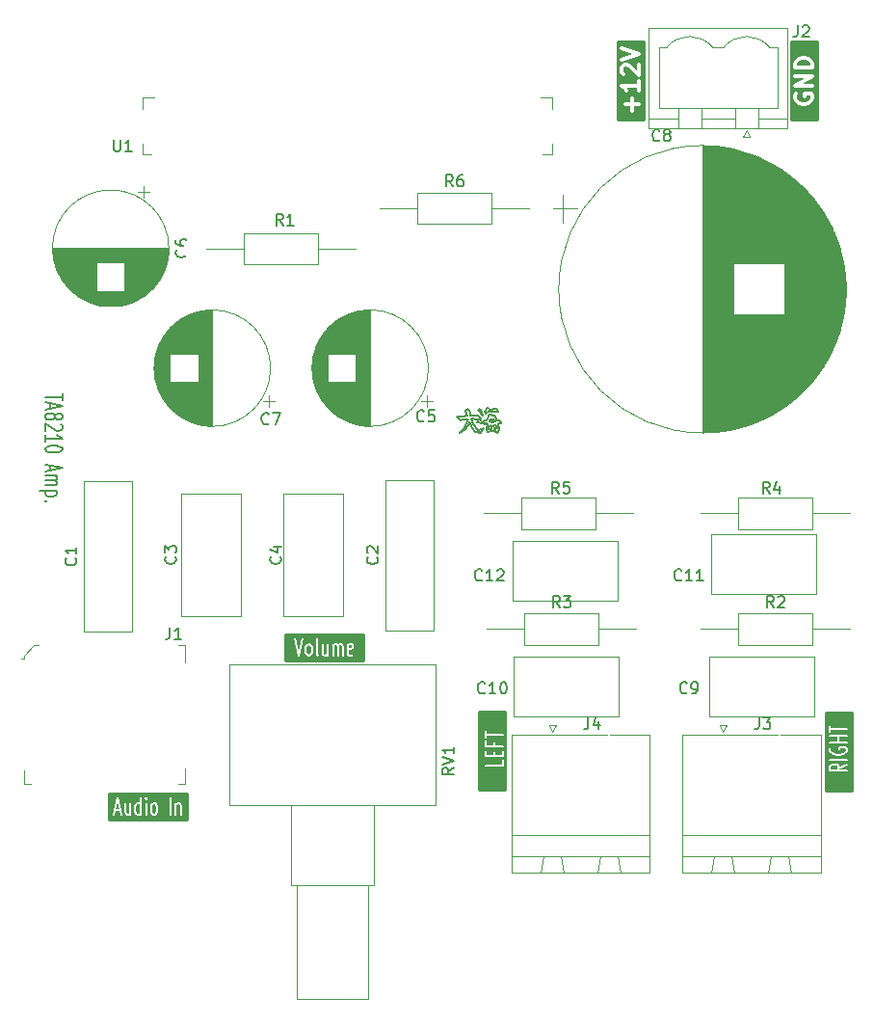
<source format=gbr>
G04 #@! TF.GenerationSoftware,KiCad,Pcbnew,(5.1.2-1)-1*
G04 #@! TF.CreationDate,2019-07-29T11:07:22+08:00*
G04 #@! TF.ProjectId,TA8210,54413832-3130-42e6-9b69-6361645f7063,rev?*
G04 #@! TF.SameCoordinates,Original*
G04 #@! TF.FileFunction,Legend,Top*
G04 #@! TF.FilePolarity,Positive*
%FSLAX46Y46*%
G04 Gerber Fmt 4.6, Leading zero omitted, Abs format (unit mm)*
G04 Created by KiCad (PCBNEW (5.1.2-1)-1) date 2019-07-29 11:07:22*
%MOMM*%
%LPD*%
G04 APERTURE LIST*
%ADD10C,0.150000*%
%ADD11C,0.120000*%
%ADD12C,0.100000*%
%ADD13C,0.254000*%
%ADD14C,0.300000*%
%ADD15C,3.400000*%
%ADD16R,4.400000X4.400000*%
%ADD17C,4.400000*%
%ADD18C,2.400000*%
%ADD19R,2.400000X2.400000*%
%ADD20O,2.000000X2.000000*%
%ADD21C,2.000000*%
%ADD22C,2.350000*%
%ADD23C,2.740000*%
%ADD24O,2.400000X4.000000*%
%ADD25R,2.400000X4.000000*%
%ADD26C,1.600000*%
%ADD27R,2.200000X2.900000*%
%ADD28R,2.900000X2.200000*%
G04 APERTURE END LIST*
D10*
X71941428Y-93004285D02*
X71941428Y-93575714D01*
X70441428Y-93290000D02*
X71941428Y-93290000D01*
X70870000Y-93861428D02*
X70870000Y-94337619D01*
X70441428Y-93766190D02*
X71941428Y-94099523D01*
X70441428Y-94432857D01*
X71298571Y-94909047D02*
X71370000Y-94813809D01*
X71441428Y-94766190D01*
X71584285Y-94718571D01*
X71655714Y-94718571D01*
X71798571Y-94766190D01*
X71870000Y-94813809D01*
X71941428Y-94909047D01*
X71941428Y-95099523D01*
X71870000Y-95194761D01*
X71798571Y-95242380D01*
X71655714Y-95290000D01*
X71584285Y-95290000D01*
X71441428Y-95242380D01*
X71370000Y-95194761D01*
X71298571Y-95099523D01*
X71298571Y-94909047D01*
X71227142Y-94813809D01*
X71155714Y-94766190D01*
X71012857Y-94718571D01*
X70727142Y-94718571D01*
X70584285Y-94766190D01*
X70512857Y-94813809D01*
X70441428Y-94909047D01*
X70441428Y-95099523D01*
X70512857Y-95194761D01*
X70584285Y-95242380D01*
X70727142Y-95290000D01*
X71012857Y-95290000D01*
X71155714Y-95242380D01*
X71227142Y-95194761D01*
X71298571Y-95099523D01*
X71798571Y-95670952D02*
X71870000Y-95718571D01*
X71941428Y-95813809D01*
X71941428Y-96051904D01*
X71870000Y-96147142D01*
X71798571Y-96194761D01*
X71655714Y-96242380D01*
X71512857Y-96242380D01*
X71298571Y-96194761D01*
X70441428Y-95623333D01*
X70441428Y-96242380D01*
X70441428Y-97194761D02*
X70441428Y-96623333D01*
X70441428Y-96909047D02*
X71941428Y-96909047D01*
X71727142Y-96813809D01*
X71584285Y-96718571D01*
X71512857Y-96623333D01*
X71941428Y-97813809D02*
X71941428Y-97909047D01*
X71870000Y-98004285D01*
X71798571Y-98051904D01*
X71655714Y-98099523D01*
X71370000Y-98147142D01*
X71012857Y-98147142D01*
X70727142Y-98099523D01*
X70584285Y-98051904D01*
X70512857Y-98004285D01*
X70441428Y-97909047D01*
X70441428Y-97813809D01*
X70512857Y-97718571D01*
X70584285Y-97670952D01*
X70727142Y-97623333D01*
X71012857Y-97575714D01*
X71370000Y-97575714D01*
X71655714Y-97623333D01*
X71798571Y-97670952D01*
X71870000Y-97718571D01*
X71941428Y-97813809D01*
X70870000Y-99290000D02*
X70870000Y-99766190D01*
X70441428Y-99194761D02*
X71941428Y-99528095D01*
X70441428Y-99861428D01*
X70441428Y-100194761D02*
X71441428Y-100194761D01*
X71298571Y-100194761D02*
X71370000Y-100242380D01*
X71441428Y-100337619D01*
X71441428Y-100480476D01*
X71370000Y-100575714D01*
X71227142Y-100623333D01*
X70441428Y-100623333D01*
X71227142Y-100623333D02*
X71370000Y-100670952D01*
X71441428Y-100766190D01*
X71441428Y-100909047D01*
X71370000Y-101004285D01*
X71227142Y-101051904D01*
X70441428Y-101051904D01*
X71441428Y-101528095D02*
X69941428Y-101528095D01*
X71370000Y-101528095D02*
X71441428Y-101623333D01*
X71441428Y-101813809D01*
X71370000Y-101909047D01*
X71298571Y-101956666D01*
X71155714Y-102004285D01*
X70727142Y-102004285D01*
X70584285Y-101956666D01*
X70512857Y-101909047D01*
X70441428Y-101813809D01*
X70441428Y-101623333D01*
X70512857Y-101528095D01*
X70584285Y-102432857D02*
X70512857Y-102480476D01*
X70441428Y-102432857D01*
X70512857Y-102385238D01*
X70584285Y-102432857D01*
X70441428Y-102432857D01*
X106781600Y-95173800D02*
X106908600Y-95351600D01*
X106908600Y-95351600D02*
X107086400Y-95275400D01*
X107086400Y-95275400D02*
X107594400Y-95224600D01*
X107594400Y-95224600D02*
X107467400Y-95580200D01*
X107467400Y-95580200D02*
X107213400Y-96088200D01*
X107213400Y-96088200D02*
X106832400Y-96469200D01*
X106832400Y-96469200D02*
X107391200Y-96139000D01*
X107391200Y-96139000D02*
X107696000Y-95605600D01*
X107696000Y-95605600D02*
X107696000Y-95427800D01*
X107696000Y-95427800D02*
X107950000Y-96037400D01*
X107950000Y-96037400D02*
X108254800Y-96393000D01*
X108254800Y-96393000D02*
X108737400Y-96469200D01*
X108737400Y-96469200D02*
X108483400Y-96215200D01*
X108483400Y-96215200D02*
X108051600Y-95656400D01*
X108051600Y-95656400D02*
X107848400Y-95199200D01*
X107848400Y-95199200D02*
X108407200Y-95250000D01*
X108407200Y-95250000D02*
X108686600Y-95148400D01*
X108686600Y-95148400D02*
X108661200Y-94970600D01*
X108661200Y-94970600D02*
X108407200Y-94894400D01*
X108407200Y-94894400D02*
X108000800Y-94919800D01*
X108000800Y-94919800D02*
X107797600Y-94945200D01*
X107797600Y-94945200D02*
X107823000Y-94665800D01*
X107823000Y-94665800D02*
X107746800Y-94513400D01*
X107746800Y-94513400D02*
X107518200Y-94361000D01*
X107518200Y-94361000D02*
X107391200Y-94462600D01*
X107391200Y-94462600D02*
X107492800Y-94716600D01*
X107492800Y-94716600D02*
X107518200Y-94894400D01*
X107518200Y-94894400D02*
X107137200Y-94970600D01*
X107137200Y-94970600D02*
X106629200Y-94970600D01*
X106629200Y-94970600D02*
X106781600Y-95148400D01*
X108661200Y-94284800D02*
X108458000Y-94411800D01*
X108458000Y-94411800D02*
X108889800Y-94894400D01*
X108889800Y-94894400D02*
X108712000Y-94310200D01*
X108534200Y-95275400D02*
X108407200Y-95504000D01*
X108407200Y-95504000D02*
X108889800Y-95605600D01*
X108889800Y-95605600D02*
X108635800Y-95275400D01*
X108508800Y-96215200D02*
X108737400Y-96443800D01*
X108737400Y-96443800D02*
X109016800Y-95986600D01*
X109016800Y-95986600D02*
X108534200Y-96215200D01*
X109321600Y-94234000D02*
X109093000Y-94564200D01*
X109093000Y-94564200D02*
X109143800Y-94716600D01*
X109143800Y-94716600D02*
X109347000Y-94564200D01*
X109347000Y-94564200D02*
X110210600Y-94589600D01*
X110210600Y-94589600D02*
X110083600Y-94361000D01*
X110083600Y-94361000D02*
X109448600Y-94411800D01*
X109448600Y-94411800D02*
X109524800Y-94284800D01*
X109524800Y-94284800D02*
X109321600Y-94234000D01*
X109423200Y-94970600D02*
X109270800Y-95377000D01*
X109270800Y-95377000D02*
X109016800Y-95326200D01*
X109016800Y-95326200D02*
X109067600Y-95656400D01*
X109067600Y-95656400D02*
X109296200Y-95580200D01*
X109296200Y-95580200D02*
X109194600Y-96215200D01*
X109194600Y-96215200D02*
X109321600Y-96393000D01*
X109321600Y-96393000D02*
X110007400Y-96215200D01*
X110007400Y-96215200D02*
X109880400Y-96291400D01*
X109880400Y-96291400D02*
X110159800Y-96418400D01*
X110159800Y-96418400D02*
X110312200Y-96189800D01*
X110312200Y-96189800D02*
X110210600Y-95605600D01*
X110210600Y-95605600D02*
X110464600Y-95631000D01*
X110464600Y-95631000D02*
X110388400Y-95351600D01*
X110388400Y-95351600D02*
X110083600Y-95351600D01*
X110083600Y-95351600D02*
X110032800Y-94894400D01*
X110032800Y-94894400D02*
X109397800Y-94818200D01*
X109397800Y-94818200D02*
X109423200Y-94996000D01*
X109575600Y-95199200D02*
X109499400Y-95453200D01*
X109499400Y-95453200D02*
X109702600Y-95478600D01*
X109702600Y-95478600D02*
X109753400Y-95275400D01*
X109753400Y-95275400D02*
X109601000Y-95224600D01*
X109753400Y-95275400D02*
X109804200Y-95504000D01*
X109804200Y-95504000D02*
X109982000Y-95453200D01*
X109982000Y-95453200D02*
X109905800Y-95250000D01*
X109905800Y-95250000D02*
X109753400Y-95250000D01*
X109499400Y-95758000D02*
X109423200Y-96062800D01*
X109423200Y-96062800D02*
X109626400Y-96088200D01*
X109626400Y-96088200D02*
X109677200Y-95758000D01*
X109677200Y-95758000D02*
X109550200Y-95758000D01*
X109804200Y-95758000D02*
X109880400Y-96088200D01*
X109880400Y-96088200D02*
X110134400Y-96012000D01*
X110134400Y-96012000D02*
X110007400Y-95732600D01*
X110007400Y-95732600D02*
X109804200Y-95758000D01*
D11*
X140810000Y-83820000D02*
G75*
G03X140810000Y-83820000I-12620000J0D01*
G01*
X128190000Y-71239000D02*
X128190000Y-96401000D01*
X128230000Y-71240000D02*
X128230000Y-96400000D01*
X128270000Y-71240000D02*
X128270000Y-96400000D01*
X128310000Y-71240000D02*
X128310000Y-96400000D01*
X128350000Y-71241000D02*
X128350000Y-96399000D01*
X128390000Y-71241000D02*
X128390000Y-96399000D01*
X128430000Y-71242000D02*
X128430000Y-96398000D01*
X128470000Y-71243000D02*
X128470000Y-96397000D01*
X128510000Y-71244000D02*
X128510000Y-96396000D01*
X128550000Y-71245000D02*
X128550000Y-96395000D01*
X128590000Y-71246000D02*
X128590000Y-96394000D01*
X128630000Y-71247000D02*
X128630000Y-96393000D01*
X128670000Y-71249000D02*
X128670000Y-96391000D01*
X128710000Y-71250000D02*
X128710000Y-96390000D01*
X128750000Y-71252000D02*
X128750000Y-96388000D01*
X128790000Y-71254000D02*
X128790000Y-96386000D01*
X128830000Y-71256000D02*
X128830000Y-96384000D01*
X128870000Y-71258000D02*
X128870000Y-96382000D01*
X128911000Y-71260000D02*
X128911000Y-96380000D01*
X128951000Y-71262000D02*
X128951000Y-96378000D01*
X128991000Y-71265000D02*
X128991000Y-96375000D01*
X129031000Y-71267000D02*
X129031000Y-96373000D01*
X129071000Y-71270000D02*
X129071000Y-96370000D01*
X129111000Y-71273000D02*
X129111000Y-96367000D01*
X129151000Y-71276000D02*
X129151000Y-96364000D01*
X129191000Y-71279000D02*
X129191000Y-96361000D01*
X129231000Y-71282000D02*
X129231000Y-96358000D01*
X129271000Y-71286000D02*
X129271000Y-96354000D01*
X129311000Y-71289000D02*
X129311000Y-96351000D01*
X129351000Y-71293000D02*
X129351000Y-96347000D01*
X129391000Y-71297000D02*
X129391000Y-96343000D01*
X129431000Y-71301000D02*
X129431000Y-96339000D01*
X129471000Y-71305000D02*
X129471000Y-96335000D01*
X129511000Y-71309000D02*
X129511000Y-96331000D01*
X129551000Y-71313000D02*
X129551000Y-96327000D01*
X129591000Y-71317000D02*
X129591000Y-96323000D01*
X129631000Y-71322000D02*
X129631000Y-96318000D01*
X129671000Y-71327000D02*
X129671000Y-96313000D01*
X129711000Y-71331000D02*
X129711000Y-96309000D01*
X129751000Y-71336000D02*
X129751000Y-96304000D01*
X129791000Y-71341000D02*
X129791000Y-96299000D01*
X129831000Y-71347000D02*
X129831000Y-96293000D01*
X129871000Y-71352000D02*
X129871000Y-96288000D01*
X129911000Y-71357000D02*
X129911000Y-96283000D01*
X129951000Y-71363000D02*
X129951000Y-96277000D01*
X129991000Y-71369000D02*
X129991000Y-96271000D01*
X130031000Y-71374000D02*
X130031000Y-96266000D01*
X130071000Y-71380000D02*
X130071000Y-96260000D01*
X130111000Y-71386000D02*
X130111000Y-96254000D01*
X130151000Y-71393000D02*
X130151000Y-96247000D01*
X130191000Y-71399000D02*
X130191000Y-96241000D01*
X130231000Y-71405000D02*
X130231000Y-96235000D01*
X130271000Y-71412000D02*
X130271000Y-96228000D01*
X130311000Y-71419000D02*
X130311000Y-96221000D01*
X130351000Y-71426000D02*
X130351000Y-96214000D01*
X130391000Y-71433000D02*
X130391000Y-96207000D01*
X130431000Y-71440000D02*
X130431000Y-96200000D01*
X130471000Y-71447000D02*
X130471000Y-96193000D01*
X130511000Y-71455000D02*
X130511000Y-96185000D01*
X130551000Y-71462000D02*
X130551000Y-96178000D01*
X130591000Y-71470000D02*
X130591000Y-96170000D01*
X130631000Y-71478000D02*
X130631000Y-96162000D01*
X130671000Y-71486000D02*
X130671000Y-96154000D01*
X130711000Y-71494000D02*
X130711000Y-96146000D01*
X130751000Y-71502000D02*
X130751000Y-96138000D01*
X130791000Y-71510000D02*
X130791000Y-96130000D01*
X130831000Y-71519000D02*
X130831000Y-96121000D01*
X130871000Y-71527000D02*
X130871000Y-96113000D01*
X130911000Y-71536000D02*
X130911000Y-96104000D01*
X130951000Y-71545000D02*
X130951000Y-81580000D01*
X130951000Y-86060000D02*
X130951000Y-96095000D01*
X130991000Y-71554000D02*
X130991000Y-81580000D01*
X130991000Y-86060000D02*
X130991000Y-96086000D01*
X131031000Y-71563000D02*
X131031000Y-81580000D01*
X131031000Y-86060000D02*
X131031000Y-96077000D01*
X131071000Y-71573000D02*
X131071000Y-81580000D01*
X131071000Y-86060000D02*
X131071000Y-96067000D01*
X131111000Y-71582000D02*
X131111000Y-81580000D01*
X131111000Y-86060000D02*
X131111000Y-96058000D01*
X131151000Y-71592000D02*
X131151000Y-81580000D01*
X131151000Y-86060000D02*
X131151000Y-96048000D01*
X131191000Y-71601000D02*
X131191000Y-81580000D01*
X131191000Y-86060000D02*
X131191000Y-96039000D01*
X131231000Y-71611000D02*
X131231000Y-81580000D01*
X131231000Y-86060000D02*
X131231000Y-96029000D01*
X131271000Y-71621000D02*
X131271000Y-81580000D01*
X131271000Y-86060000D02*
X131271000Y-96019000D01*
X131311000Y-71631000D02*
X131311000Y-81580000D01*
X131311000Y-86060000D02*
X131311000Y-96009000D01*
X131351000Y-71642000D02*
X131351000Y-81580000D01*
X131351000Y-86060000D02*
X131351000Y-95998000D01*
X131391000Y-71652000D02*
X131391000Y-81580000D01*
X131391000Y-86060000D02*
X131391000Y-95988000D01*
X131431000Y-71663000D02*
X131431000Y-81580000D01*
X131431000Y-86060000D02*
X131431000Y-95977000D01*
X131471000Y-71673000D02*
X131471000Y-81580000D01*
X131471000Y-86060000D02*
X131471000Y-95967000D01*
X131511000Y-71684000D02*
X131511000Y-81580000D01*
X131511000Y-86060000D02*
X131511000Y-95956000D01*
X131551000Y-71695000D02*
X131551000Y-81580000D01*
X131551000Y-86060000D02*
X131551000Y-95945000D01*
X131591000Y-71706000D02*
X131591000Y-81580000D01*
X131591000Y-86060000D02*
X131591000Y-95934000D01*
X131631000Y-71717000D02*
X131631000Y-81580000D01*
X131631000Y-86060000D02*
X131631000Y-95923000D01*
X131671000Y-71729000D02*
X131671000Y-81580000D01*
X131671000Y-86060000D02*
X131671000Y-95911000D01*
X131711000Y-71740000D02*
X131711000Y-81580000D01*
X131711000Y-86060000D02*
X131711000Y-95900000D01*
X131751000Y-71752000D02*
X131751000Y-81580000D01*
X131751000Y-86060000D02*
X131751000Y-95888000D01*
X131791000Y-71764000D02*
X131791000Y-81580000D01*
X131791000Y-86060000D02*
X131791000Y-95876000D01*
X131831000Y-71776000D02*
X131831000Y-81580000D01*
X131831000Y-86060000D02*
X131831000Y-95864000D01*
X131871000Y-71788000D02*
X131871000Y-81580000D01*
X131871000Y-86060000D02*
X131871000Y-95852000D01*
X131911000Y-71800000D02*
X131911000Y-81580000D01*
X131911000Y-86060000D02*
X131911000Y-95840000D01*
X131951000Y-71813000D02*
X131951000Y-81580000D01*
X131951000Y-86060000D02*
X131951000Y-95827000D01*
X131991000Y-71825000D02*
X131991000Y-81580000D01*
X131991000Y-86060000D02*
X131991000Y-95815000D01*
X132031000Y-71838000D02*
X132031000Y-81580000D01*
X132031000Y-86060000D02*
X132031000Y-95802000D01*
X132071000Y-71851000D02*
X132071000Y-81580000D01*
X132071000Y-86060000D02*
X132071000Y-95789000D01*
X132111000Y-71864000D02*
X132111000Y-81580000D01*
X132111000Y-86060000D02*
X132111000Y-95776000D01*
X132151000Y-71877000D02*
X132151000Y-81580000D01*
X132151000Y-86060000D02*
X132151000Y-95763000D01*
X132191000Y-71890000D02*
X132191000Y-81580000D01*
X132191000Y-86060000D02*
X132191000Y-95750000D01*
X132231000Y-71904000D02*
X132231000Y-81580000D01*
X132231000Y-86060000D02*
X132231000Y-95736000D01*
X132271000Y-71917000D02*
X132271000Y-81580000D01*
X132271000Y-86060000D02*
X132271000Y-95723000D01*
X132311000Y-71931000D02*
X132311000Y-81580000D01*
X132311000Y-86060000D02*
X132311000Y-95709000D01*
X132351000Y-71945000D02*
X132351000Y-81580000D01*
X132351000Y-86060000D02*
X132351000Y-95695000D01*
X132391000Y-71959000D02*
X132391000Y-81580000D01*
X132391000Y-86060000D02*
X132391000Y-95681000D01*
X132431000Y-71973000D02*
X132431000Y-81580000D01*
X132431000Y-86060000D02*
X132431000Y-95667000D01*
X132471000Y-71987000D02*
X132471000Y-81580000D01*
X132471000Y-86060000D02*
X132471000Y-95653000D01*
X132511000Y-72002000D02*
X132511000Y-81580000D01*
X132511000Y-86060000D02*
X132511000Y-95638000D01*
X132551000Y-72017000D02*
X132551000Y-81580000D01*
X132551000Y-86060000D02*
X132551000Y-95623000D01*
X132591000Y-72031000D02*
X132591000Y-81580000D01*
X132591000Y-86060000D02*
X132591000Y-95609000D01*
X132631000Y-72046000D02*
X132631000Y-81580000D01*
X132631000Y-86060000D02*
X132631000Y-95594000D01*
X132671000Y-72061000D02*
X132671000Y-81580000D01*
X132671000Y-86060000D02*
X132671000Y-95579000D01*
X132711000Y-72077000D02*
X132711000Y-81580000D01*
X132711000Y-86060000D02*
X132711000Y-95563000D01*
X132751000Y-72092000D02*
X132751000Y-81580000D01*
X132751000Y-86060000D02*
X132751000Y-95548000D01*
X132791000Y-72108000D02*
X132791000Y-81580000D01*
X132791000Y-86060000D02*
X132791000Y-95532000D01*
X132831000Y-72123000D02*
X132831000Y-81580000D01*
X132831000Y-86060000D02*
X132831000Y-95517000D01*
X132871000Y-72139000D02*
X132871000Y-81580000D01*
X132871000Y-86060000D02*
X132871000Y-95501000D01*
X132911000Y-72155000D02*
X132911000Y-81580000D01*
X132911000Y-86060000D02*
X132911000Y-95485000D01*
X132951000Y-72172000D02*
X132951000Y-81580000D01*
X132951000Y-86060000D02*
X132951000Y-95468000D01*
X132991000Y-72188000D02*
X132991000Y-81580000D01*
X132991000Y-86060000D02*
X132991000Y-95452000D01*
X133031000Y-72205000D02*
X133031000Y-81580000D01*
X133031000Y-86060000D02*
X133031000Y-95435000D01*
X133071000Y-72221000D02*
X133071000Y-81580000D01*
X133071000Y-86060000D02*
X133071000Y-95419000D01*
X133111000Y-72238000D02*
X133111000Y-81580000D01*
X133111000Y-86060000D02*
X133111000Y-95402000D01*
X133151000Y-72255000D02*
X133151000Y-81580000D01*
X133151000Y-86060000D02*
X133151000Y-95385000D01*
X133191000Y-72272000D02*
X133191000Y-81580000D01*
X133191000Y-86060000D02*
X133191000Y-95368000D01*
X133231000Y-72290000D02*
X133231000Y-81580000D01*
X133231000Y-86060000D02*
X133231000Y-95350000D01*
X133271000Y-72307000D02*
X133271000Y-81580000D01*
X133271000Y-86060000D02*
X133271000Y-95333000D01*
X133311000Y-72325000D02*
X133311000Y-81580000D01*
X133311000Y-86060000D02*
X133311000Y-95315000D01*
X133351000Y-72343000D02*
X133351000Y-81580000D01*
X133351000Y-86060000D02*
X133351000Y-95297000D01*
X133391000Y-72361000D02*
X133391000Y-81580000D01*
X133391000Y-86060000D02*
X133391000Y-95279000D01*
X133431000Y-72379000D02*
X133431000Y-81580000D01*
X133431000Y-86060000D02*
X133431000Y-95261000D01*
X133471000Y-72397000D02*
X133471000Y-81580000D01*
X133471000Y-86060000D02*
X133471000Y-95243000D01*
X133511000Y-72416000D02*
X133511000Y-81580000D01*
X133511000Y-86060000D02*
X133511000Y-95224000D01*
X133551000Y-72434000D02*
X133551000Y-81580000D01*
X133551000Y-86060000D02*
X133551000Y-95206000D01*
X133591000Y-72453000D02*
X133591000Y-81580000D01*
X133591000Y-86060000D02*
X133591000Y-95187000D01*
X133631000Y-72472000D02*
X133631000Y-81580000D01*
X133631000Y-86060000D02*
X133631000Y-95168000D01*
X133671000Y-72491000D02*
X133671000Y-81580000D01*
X133671000Y-86060000D02*
X133671000Y-95149000D01*
X133711000Y-72511000D02*
X133711000Y-81580000D01*
X133711000Y-86060000D02*
X133711000Y-95129000D01*
X133751000Y-72530000D02*
X133751000Y-81580000D01*
X133751000Y-86060000D02*
X133751000Y-95110000D01*
X133791000Y-72550000D02*
X133791000Y-81580000D01*
X133791000Y-86060000D02*
X133791000Y-95090000D01*
X133831000Y-72570000D02*
X133831000Y-81580000D01*
X133831000Y-86060000D02*
X133831000Y-95070000D01*
X133871000Y-72590000D02*
X133871000Y-81580000D01*
X133871000Y-86060000D02*
X133871000Y-95050000D01*
X133911000Y-72610000D02*
X133911000Y-81580000D01*
X133911000Y-86060000D02*
X133911000Y-95030000D01*
X133951000Y-72631000D02*
X133951000Y-81580000D01*
X133951000Y-86060000D02*
X133951000Y-95009000D01*
X133991000Y-72651000D02*
X133991000Y-81580000D01*
X133991000Y-86060000D02*
X133991000Y-94989000D01*
X134031000Y-72672000D02*
X134031000Y-81580000D01*
X134031000Y-86060000D02*
X134031000Y-94968000D01*
X134071000Y-72693000D02*
X134071000Y-81580000D01*
X134071000Y-86060000D02*
X134071000Y-94947000D01*
X134111000Y-72714000D02*
X134111000Y-81580000D01*
X134111000Y-86060000D02*
X134111000Y-94926000D01*
X134151000Y-72736000D02*
X134151000Y-81580000D01*
X134151000Y-86060000D02*
X134151000Y-94904000D01*
X134191000Y-72757000D02*
X134191000Y-81580000D01*
X134191000Y-86060000D02*
X134191000Y-94883000D01*
X134231000Y-72779000D02*
X134231000Y-81580000D01*
X134231000Y-86060000D02*
X134231000Y-94861000D01*
X134271000Y-72801000D02*
X134271000Y-81580000D01*
X134271000Y-86060000D02*
X134271000Y-94839000D01*
X134311000Y-72823000D02*
X134311000Y-81580000D01*
X134311000Y-86060000D02*
X134311000Y-94817000D01*
X134351000Y-72845000D02*
X134351000Y-81580000D01*
X134351000Y-86060000D02*
X134351000Y-94795000D01*
X134391000Y-72867000D02*
X134391000Y-81580000D01*
X134391000Y-86060000D02*
X134391000Y-94773000D01*
X134431000Y-72890000D02*
X134431000Y-81580000D01*
X134431000Y-86060000D02*
X134431000Y-94750000D01*
X134471000Y-72913000D02*
X134471000Y-81580000D01*
X134471000Y-86060000D02*
X134471000Y-94727000D01*
X134511000Y-72936000D02*
X134511000Y-81580000D01*
X134511000Y-86060000D02*
X134511000Y-94704000D01*
X134551000Y-72959000D02*
X134551000Y-81580000D01*
X134551000Y-86060000D02*
X134551000Y-94681000D01*
X134591000Y-72983000D02*
X134591000Y-81580000D01*
X134591000Y-86060000D02*
X134591000Y-94657000D01*
X134631000Y-73006000D02*
X134631000Y-81580000D01*
X134631000Y-86060000D02*
X134631000Y-94634000D01*
X134671000Y-73030000D02*
X134671000Y-81580000D01*
X134671000Y-86060000D02*
X134671000Y-94610000D01*
X134711000Y-73054000D02*
X134711000Y-81580000D01*
X134711000Y-86060000D02*
X134711000Y-94586000D01*
X134751000Y-73078000D02*
X134751000Y-81580000D01*
X134751000Y-86060000D02*
X134751000Y-94562000D01*
X134791000Y-73103000D02*
X134791000Y-81580000D01*
X134791000Y-86060000D02*
X134791000Y-94537000D01*
X134831000Y-73128000D02*
X134831000Y-81580000D01*
X134831000Y-86060000D02*
X134831000Y-94512000D01*
X134871000Y-73152000D02*
X134871000Y-81580000D01*
X134871000Y-86060000D02*
X134871000Y-94488000D01*
X134911000Y-73177000D02*
X134911000Y-81580000D01*
X134911000Y-86060000D02*
X134911000Y-94463000D01*
X134951000Y-73203000D02*
X134951000Y-81580000D01*
X134951000Y-86060000D02*
X134951000Y-94437000D01*
X134991000Y-73228000D02*
X134991000Y-81580000D01*
X134991000Y-86060000D02*
X134991000Y-94412000D01*
X135031000Y-73254000D02*
X135031000Y-81580000D01*
X135031000Y-86060000D02*
X135031000Y-94386000D01*
X135071000Y-73280000D02*
X135071000Y-81580000D01*
X135071000Y-86060000D02*
X135071000Y-94360000D01*
X135111000Y-73306000D02*
X135111000Y-81580000D01*
X135111000Y-86060000D02*
X135111000Y-94334000D01*
X135151000Y-73332000D02*
X135151000Y-81580000D01*
X135151000Y-86060000D02*
X135151000Y-94308000D01*
X135191000Y-73359000D02*
X135191000Y-81580000D01*
X135191000Y-86060000D02*
X135191000Y-94281000D01*
X135231000Y-73386000D02*
X135231000Y-81580000D01*
X135231000Y-86060000D02*
X135231000Y-94254000D01*
X135271000Y-73413000D02*
X135271000Y-81580000D01*
X135271000Y-86060000D02*
X135271000Y-94227000D01*
X135311000Y-73440000D02*
X135311000Y-81580000D01*
X135311000Y-86060000D02*
X135311000Y-94200000D01*
X135351000Y-73467000D02*
X135351000Y-81580000D01*
X135351000Y-86060000D02*
X135351000Y-94173000D01*
X135391000Y-73495000D02*
X135391000Y-81580000D01*
X135391000Y-86060000D02*
X135391000Y-94145000D01*
X135431000Y-73523000D02*
X135431000Y-94117000D01*
X135471000Y-73551000D02*
X135471000Y-94089000D01*
X135511000Y-73579000D02*
X135511000Y-94061000D01*
X135551000Y-73608000D02*
X135551000Y-94032000D01*
X135591000Y-73637000D02*
X135591000Y-94003000D01*
X135631000Y-73666000D02*
X135631000Y-93974000D01*
X135671000Y-73695000D02*
X135671000Y-93945000D01*
X135711000Y-73725000D02*
X135711000Y-93915000D01*
X135751000Y-73755000D02*
X135751000Y-93885000D01*
X135791000Y-73785000D02*
X135791000Y-93855000D01*
X135831000Y-73815000D02*
X135831000Y-93825000D01*
X135871000Y-73845000D02*
X135871000Y-93795000D01*
X135911000Y-73876000D02*
X135911000Y-93764000D01*
X135951000Y-73907000D02*
X135951000Y-93733000D01*
X135991000Y-73939000D02*
X135991000Y-93701000D01*
X136031000Y-73970000D02*
X136031000Y-93670000D01*
X136071000Y-74002000D02*
X136071000Y-93638000D01*
X136111000Y-74034000D02*
X136111000Y-93606000D01*
X136151000Y-74067000D02*
X136151000Y-93573000D01*
X136191000Y-74099000D02*
X136191000Y-93541000D01*
X136231000Y-74132000D02*
X136231000Y-93508000D01*
X136271000Y-74165000D02*
X136271000Y-93475000D01*
X136311000Y-74199000D02*
X136311000Y-93441000D01*
X136351000Y-74233000D02*
X136351000Y-93407000D01*
X136390000Y-74267000D02*
X136390000Y-93373000D01*
X136430000Y-74301000D02*
X136430000Y-93339000D01*
X136470000Y-74336000D02*
X136470000Y-93304000D01*
X136510000Y-74370000D02*
X136510000Y-93270000D01*
X136550000Y-74406000D02*
X136550000Y-93234000D01*
X136590000Y-74441000D02*
X136590000Y-93199000D01*
X136630000Y-74477000D02*
X136630000Y-93163000D01*
X136670000Y-74513000D02*
X136670000Y-93127000D01*
X136710000Y-74550000D02*
X136710000Y-93090000D01*
X136750000Y-74586000D02*
X136750000Y-93054000D01*
X136790000Y-74623000D02*
X136790000Y-93017000D01*
X136830000Y-74661000D02*
X136830000Y-92979000D01*
X136870000Y-74699000D02*
X136870000Y-92941000D01*
X136910000Y-74737000D02*
X136910000Y-92903000D01*
X136950000Y-74775000D02*
X136950000Y-92865000D01*
X136990000Y-74814000D02*
X136990000Y-92826000D01*
X137030000Y-74853000D02*
X137030000Y-92787000D01*
X137070000Y-74892000D02*
X137070000Y-92748000D01*
X137110000Y-74932000D02*
X137110000Y-92708000D01*
X137150000Y-74972000D02*
X137150000Y-92668000D01*
X137190000Y-75013000D02*
X137190000Y-92627000D01*
X137230000Y-75054000D02*
X137230000Y-92586000D01*
X137270000Y-75095000D02*
X137270000Y-92545000D01*
X137310000Y-75137000D02*
X137310000Y-92503000D01*
X137350000Y-75179000D02*
X137350000Y-92461000D01*
X137390000Y-75221000D02*
X137390000Y-92419000D01*
X137430000Y-75264000D02*
X137430000Y-92376000D01*
X137470000Y-75307000D02*
X137470000Y-92333000D01*
X137510000Y-75351000D02*
X137510000Y-92289000D01*
X137550000Y-75395000D02*
X137550000Y-92245000D01*
X137590000Y-75439000D02*
X137590000Y-92201000D01*
X137630000Y-75484000D02*
X137630000Y-92156000D01*
X137670000Y-75529000D02*
X137670000Y-92111000D01*
X137710000Y-75575000D02*
X137710000Y-92065000D01*
X137750000Y-75621000D02*
X137750000Y-92019000D01*
X137790000Y-75668000D02*
X137790000Y-91972000D01*
X137830000Y-75715000D02*
X137830000Y-91925000D01*
X137870000Y-75762000D02*
X137870000Y-91878000D01*
X137910000Y-75811000D02*
X137910000Y-91829000D01*
X137950000Y-75859000D02*
X137950000Y-91781000D01*
X137990000Y-75908000D02*
X137990000Y-91732000D01*
X138030000Y-75958000D02*
X138030000Y-91682000D01*
X138070000Y-76008000D02*
X138070000Y-91632000D01*
X138110000Y-76058000D02*
X138110000Y-91582000D01*
X138150000Y-76109000D02*
X138150000Y-91531000D01*
X138190000Y-76161000D02*
X138190000Y-91479000D01*
X138230000Y-76213000D02*
X138230000Y-91427000D01*
X138270000Y-76266000D02*
X138270000Y-91374000D01*
X138310000Y-76320000D02*
X138310000Y-91320000D01*
X138350000Y-76374000D02*
X138350000Y-91266000D01*
X138390000Y-76428000D02*
X138390000Y-91212000D01*
X138430000Y-76483000D02*
X138430000Y-91157000D01*
X138470000Y-76539000D02*
X138470000Y-91101000D01*
X138510000Y-76596000D02*
X138510000Y-91044000D01*
X138550000Y-76653000D02*
X138550000Y-90987000D01*
X138590000Y-76711000D02*
X138590000Y-90929000D01*
X138630000Y-76769000D02*
X138630000Y-90871000D01*
X138670000Y-76829000D02*
X138670000Y-90811000D01*
X138710000Y-76889000D02*
X138710000Y-90751000D01*
X138750000Y-76949000D02*
X138750000Y-90691000D01*
X138790000Y-77011000D02*
X138790000Y-90629000D01*
X138830000Y-77073000D02*
X138830000Y-90567000D01*
X138870000Y-77136000D02*
X138870000Y-90504000D01*
X138910000Y-77200000D02*
X138910000Y-90440000D01*
X138950000Y-77265000D02*
X138950000Y-90375000D01*
X138990000Y-77331000D02*
X138990000Y-90309000D01*
X139030000Y-77397000D02*
X139030000Y-90243000D01*
X139070000Y-77465000D02*
X139070000Y-90175000D01*
X139110000Y-77534000D02*
X139110000Y-90106000D01*
X139150000Y-77603000D02*
X139150000Y-90037000D01*
X139190000Y-77674000D02*
X139190000Y-89966000D01*
X139230000Y-77745000D02*
X139230000Y-89895000D01*
X139270000Y-77818000D02*
X139270000Y-89822000D01*
X139310000Y-77892000D02*
X139310000Y-89748000D01*
X139350000Y-77967000D02*
X139350000Y-89673000D01*
X139390000Y-78044000D02*
X139390000Y-89596000D01*
X139430000Y-78121000D02*
X139430000Y-89519000D01*
X139470000Y-78200000D02*
X139470000Y-89440000D01*
X139510000Y-78281000D02*
X139510000Y-89359000D01*
X139550000Y-78363000D02*
X139550000Y-89277000D01*
X139590000Y-78446000D02*
X139590000Y-89194000D01*
X139630000Y-78531000D02*
X139630000Y-89109000D01*
X139670000Y-78618000D02*
X139670000Y-89022000D01*
X139710000Y-78706000D02*
X139710000Y-88934000D01*
X139750000Y-78797000D02*
X139750000Y-88843000D01*
X139790000Y-78889000D02*
X139790000Y-88751000D01*
X139830000Y-78984000D02*
X139830000Y-88656000D01*
X139870000Y-79080000D02*
X139870000Y-88560000D01*
X139910000Y-79179000D02*
X139910000Y-88461000D01*
X139950000Y-79281000D02*
X139950000Y-88359000D01*
X139990000Y-79385000D02*
X139990000Y-88255000D01*
X140030000Y-79492000D02*
X140030000Y-88148000D01*
X140070000Y-79602000D02*
X140070000Y-88038000D01*
X140110000Y-79715000D02*
X140110000Y-87925000D01*
X140150000Y-79832000D02*
X140150000Y-87808000D01*
X140190000Y-79953000D02*
X140190000Y-87687000D01*
X140230000Y-80078000D02*
X140230000Y-87562000D01*
X140270000Y-80207000D02*
X140270000Y-87433000D01*
X140310000Y-80342000D02*
X140310000Y-87298000D01*
X140350000Y-80483000D02*
X140350000Y-87157000D01*
X140390000Y-80631000D02*
X140390000Y-87009000D01*
X140430000Y-80786000D02*
X140430000Y-86854000D01*
X140470000Y-80950000D02*
X140470000Y-86690000D01*
X140510000Y-81124000D02*
X140510000Y-86516000D01*
X140550000Y-81311000D02*
X140550000Y-86329000D01*
X140590000Y-81513000D02*
X140590000Y-86127000D01*
X140630000Y-81736000D02*
X140630000Y-85904000D01*
X140670000Y-81985000D02*
X140670000Y-85655000D01*
X140710000Y-82274000D02*
X140710000Y-85366000D01*
X140750000Y-82630000D02*
X140750000Y-85010000D01*
X140790000Y-83149000D02*
X140790000Y-84491000D01*
X114685741Y-76745000D02*
X117185741Y-76745000D01*
X115935741Y-75495000D02*
X115935741Y-77995000D01*
X100380000Y-100554000D02*
X104620000Y-100554000D01*
X100380000Y-113794000D02*
X104620000Y-113794000D01*
X104620000Y-113794000D02*
X104620000Y-100554000D01*
X100380000Y-113794000D02*
X100380000Y-100554000D01*
X87620000Y-101778000D02*
X87620000Y-112518000D01*
X82380000Y-101778000D02*
X82380000Y-112518000D01*
X87620000Y-101778000D02*
X82380000Y-101778000D01*
X87620000Y-112518000D02*
X82380000Y-112518000D01*
X96620000Y-112518000D02*
X91380000Y-112518000D01*
X96620000Y-101778000D02*
X91380000Y-101778000D01*
X91380000Y-101778000D02*
X91380000Y-112518000D01*
X96620000Y-101778000D02*
X96620000Y-112518000D01*
X104120000Y-90750000D02*
G75*
G03X104120000Y-90750000I-5120000J0D01*
G01*
X99000000Y-95830000D02*
X99000000Y-85670000D01*
X98960000Y-95830000D02*
X98960000Y-85670000D01*
X98920000Y-95830000D02*
X98920000Y-85670000D01*
X98880000Y-95829000D02*
X98880000Y-85671000D01*
X98840000Y-95828000D02*
X98840000Y-85672000D01*
X98800000Y-95827000D02*
X98800000Y-85673000D01*
X98760000Y-95825000D02*
X98760000Y-85675000D01*
X98720000Y-95823000D02*
X98720000Y-85677000D01*
X98680000Y-95820000D02*
X98680000Y-85680000D01*
X98640000Y-95818000D02*
X98640000Y-85682000D01*
X98600000Y-95815000D02*
X98600000Y-85685000D01*
X98560000Y-95812000D02*
X98560000Y-85688000D01*
X98520000Y-95808000D02*
X98520000Y-85692000D01*
X98480000Y-95804000D02*
X98480000Y-85696000D01*
X98440000Y-95800000D02*
X98440000Y-85700000D01*
X98400000Y-95795000D02*
X98400000Y-85705000D01*
X98360000Y-95790000D02*
X98360000Y-85710000D01*
X98320000Y-95785000D02*
X98320000Y-85715000D01*
X98279000Y-95780000D02*
X98279000Y-85720000D01*
X98239000Y-95774000D02*
X98239000Y-85726000D01*
X98199000Y-95768000D02*
X98199000Y-85732000D01*
X98159000Y-95761000D02*
X98159000Y-85739000D01*
X98119000Y-95754000D02*
X98119000Y-85746000D01*
X98079000Y-95747000D02*
X98079000Y-85753000D01*
X98039000Y-95740000D02*
X98039000Y-85760000D01*
X97999000Y-95732000D02*
X97999000Y-85768000D01*
X97959000Y-95724000D02*
X97959000Y-85776000D01*
X97919000Y-95715000D02*
X97919000Y-85785000D01*
X97879000Y-95706000D02*
X97879000Y-85794000D01*
X97839000Y-95697000D02*
X97839000Y-85803000D01*
X97799000Y-95688000D02*
X97799000Y-85812000D01*
X97759000Y-95678000D02*
X97759000Y-85822000D01*
X97719000Y-95668000D02*
X97719000Y-91991000D01*
X97719000Y-89509000D02*
X97719000Y-85832000D01*
X97679000Y-95657000D02*
X97679000Y-91991000D01*
X97679000Y-89509000D02*
X97679000Y-85843000D01*
X97639000Y-95647000D02*
X97639000Y-91991000D01*
X97639000Y-89509000D02*
X97639000Y-85853000D01*
X97599000Y-95635000D02*
X97599000Y-91991000D01*
X97599000Y-89509000D02*
X97599000Y-85865000D01*
X97559000Y-95624000D02*
X97559000Y-91991000D01*
X97559000Y-89509000D02*
X97559000Y-85876000D01*
X97519000Y-95612000D02*
X97519000Y-91991000D01*
X97519000Y-89509000D02*
X97519000Y-85888000D01*
X97479000Y-95600000D02*
X97479000Y-91991000D01*
X97479000Y-89509000D02*
X97479000Y-85900000D01*
X97439000Y-95587000D02*
X97439000Y-91991000D01*
X97439000Y-89509000D02*
X97439000Y-85913000D01*
X97399000Y-95574000D02*
X97399000Y-91991000D01*
X97399000Y-89509000D02*
X97399000Y-85926000D01*
X97359000Y-95561000D02*
X97359000Y-91991000D01*
X97359000Y-89509000D02*
X97359000Y-85939000D01*
X97319000Y-95547000D02*
X97319000Y-91991000D01*
X97319000Y-89509000D02*
X97319000Y-85953000D01*
X97279000Y-95533000D02*
X97279000Y-91991000D01*
X97279000Y-89509000D02*
X97279000Y-85967000D01*
X97239000Y-95518000D02*
X97239000Y-91991000D01*
X97239000Y-89509000D02*
X97239000Y-85982000D01*
X97199000Y-95504000D02*
X97199000Y-91991000D01*
X97199000Y-89509000D02*
X97199000Y-85996000D01*
X97159000Y-95488000D02*
X97159000Y-91991000D01*
X97159000Y-89509000D02*
X97159000Y-86012000D01*
X97119000Y-95473000D02*
X97119000Y-91991000D01*
X97119000Y-89509000D02*
X97119000Y-86027000D01*
X97079000Y-95457000D02*
X97079000Y-91991000D01*
X97079000Y-89509000D02*
X97079000Y-86043000D01*
X97039000Y-95440000D02*
X97039000Y-91991000D01*
X97039000Y-89509000D02*
X97039000Y-86060000D01*
X96999000Y-95424000D02*
X96999000Y-91991000D01*
X96999000Y-89509000D02*
X96999000Y-86076000D01*
X96959000Y-95407000D02*
X96959000Y-91991000D01*
X96959000Y-89509000D02*
X96959000Y-86093000D01*
X96919000Y-95389000D02*
X96919000Y-91991000D01*
X96919000Y-89509000D02*
X96919000Y-86111000D01*
X96879000Y-95371000D02*
X96879000Y-91991000D01*
X96879000Y-89509000D02*
X96879000Y-86129000D01*
X96839000Y-95353000D02*
X96839000Y-91991000D01*
X96839000Y-89509000D02*
X96839000Y-86147000D01*
X96799000Y-95334000D02*
X96799000Y-91991000D01*
X96799000Y-89509000D02*
X96799000Y-86166000D01*
X96759000Y-95314000D02*
X96759000Y-91991000D01*
X96759000Y-89509000D02*
X96759000Y-86186000D01*
X96719000Y-95295000D02*
X96719000Y-91991000D01*
X96719000Y-89509000D02*
X96719000Y-86205000D01*
X96679000Y-95275000D02*
X96679000Y-91991000D01*
X96679000Y-89509000D02*
X96679000Y-86225000D01*
X96639000Y-95254000D02*
X96639000Y-91991000D01*
X96639000Y-89509000D02*
X96639000Y-86246000D01*
X96599000Y-95233000D02*
X96599000Y-91991000D01*
X96599000Y-89509000D02*
X96599000Y-86267000D01*
X96559000Y-95212000D02*
X96559000Y-91991000D01*
X96559000Y-89509000D02*
X96559000Y-86288000D01*
X96519000Y-95190000D02*
X96519000Y-91991000D01*
X96519000Y-89509000D02*
X96519000Y-86310000D01*
X96479000Y-95167000D02*
X96479000Y-91991000D01*
X96479000Y-89509000D02*
X96479000Y-86333000D01*
X96439000Y-95145000D02*
X96439000Y-91991000D01*
X96439000Y-89509000D02*
X96439000Y-86355000D01*
X96399000Y-95121000D02*
X96399000Y-91991000D01*
X96399000Y-89509000D02*
X96399000Y-86379000D01*
X96359000Y-95097000D02*
X96359000Y-91991000D01*
X96359000Y-89509000D02*
X96359000Y-86403000D01*
X96319000Y-95073000D02*
X96319000Y-91991000D01*
X96319000Y-89509000D02*
X96319000Y-86427000D01*
X96279000Y-95048000D02*
X96279000Y-91991000D01*
X96279000Y-89509000D02*
X96279000Y-86452000D01*
X96239000Y-95023000D02*
X96239000Y-91991000D01*
X96239000Y-89509000D02*
X96239000Y-86477000D01*
X96199000Y-94997000D02*
X96199000Y-91991000D01*
X96199000Y-89509000D02*
X96199000Y-86503000D01*
X96159000Y-94971000D02*
X96159000Y-91991000D01*
X96159000Y-89509000D02*
X96159000Y-86529000D01*
X96119000Y-94944000D02*
X96119000Y-91991000D01*
X96119000Y-89509000D02*
X96119000Y-86556000D01*
X96079000Y-94916000D02*
X96079000Y-91991000D01*
X96079000Y-89509000D02*
X96079000Y-86584000D01*
X96039000Y-94888000D02*
X96039000Y-91991000D01*
X96039000Y-89509000D02*
X96039000Y-86612000D01*
X95999000Y-94860000D02*
X95999000Y-91991000D01*
X95999000Y-89509000D02*
X95999000Y-86640000D01*
X95959000Y-94830000D02*
X95959000Y-91991000D01*
X95959000Y-89509000D02*
X95959000Y-86670000D01*
X95919000Y-94800000D02*
X95919000Y-91991000D01*
X95919000Y-89509000D02*
X95919000Y-86700000D01*
X95879000Y-94770000D02*
X95879000Y-91991000D01*
X95879000Y-89509000D02*
X95879000Y-86730000D01*
X95839000Y-94739000D02*
X95839000Y-91991000D01*
X95839000Y-89509000D02*
X95839000Y-86761000D01*
X95799000Y-94707000D02*
X95799000Y-91991000D01*
X95799000Y-89509000D02*
X95799000Y-86793000D01*
X95759000Y-94675000D02*
X95759000Y-91991000D01*
X95759000Y-89509000D02*
X95759000Y-86825000D01*
X95719000Y-94642000D02*
X95719000Y-91991000D01*
X95719000Y-89509000D02*
X95719000Y-86858000D01*
X95679000Y-94608000D02*
X95679000Y-91991000D01*
X95679000Y-89509000D02*
X95679000Y-86892000D01*
X95639000Y-94574000D02*
X95639000Y-91991000D01*
X95639000Y-89509000D02*
X95639000Y-86926000D01*
X95599000Y-94539000D02*
X95599000Y-91991000D01*
X95599000Y-89509000D02*
X95599000Y-86961000D01*
X95559000Y-94503000D02*
X95559000Y-91991000D01*
X95559000Y-89509000D02*
X95559000Y-86997000D01*
X95519000Y-94466000D02*
X95519000Y-91991000D01*
X95519000Y-89509000D02*
X95519000Y-87034000D01*
X95479000Y-94429000D02*
X95479000Y-91991000D01*
X95479000Y-89509000D02*
X95479000Y-87071000D01*
X95439000Y-94390000D02*
X95439000Y-91991000D01*
X95439000Y-89509000D02*
X95439000Y-87110000D01*
X95399000Y-94351000D02*
X95399000Y-91991000D01*
X95399000Y-89509000D02*
X95399000Y-87149000D01*
X95359000Y-94311000D02*
X95359000Y-91991000D01*
X95359000Y-89509000D02*
X95359000Y-87189000D01*
X95319000Y-94270000D02*
X95319000Y-91991000D01*
X95319000Y-89509000D02*
X95319000Y-87230000D01*
X95279000Y-94228000D02*
X95279000Y-91991000D01*
X95279000Y-89509000D02*
X95279000Y-87272000D01*
X95239000Y-94186000D02*
X95239000Y-87314000D01*
X95199000Y-94142000D02*
X95199000Y-87358000D01*
X95159000Y-94097000D02*
X95159000Y-87403000D01*
X95119000Y-94051000D02*
X95119000Y-87449000D01*
X95079000Y-94004000D02*
X95079000Y-87496000D01*
X95039000Y-93956000D02*
X95039000Y-87544000D01*
X94999000Y-93906000D02*
X94999000Y-87594000D01*
X94959000Y-93856000D02*
X94959000Y-87644000D01*
X94919000Y-93804000D02*
X94919000Y-87696000D01*
X94879000Y-93750000D02*
X94879000Y-87750000D01*
X94839000Y-93695000D02*
X94839000Y-87805000D01*
X94799000Y-93639000D02*
X94799000Y-87861000D01*
X94759000Y-93580000D02*
X94759000Y-87920000D01*
X94719000Y-93520000D02*
X94719000Y-87980000D01*
X94679000Y-93459000D02*
X94679000Y-88041000D01*
X94639000Y-93395000D02*
X94639000Y-88105000D01*
X94599000Y-93329000D02*
X94599000Y-88171000D01*
X94559000Y-93260000D02*
X94559000Y-88240000D01*
X94519000Y-93189000D02*
X94519000Y-88311000D01*
X94479000Y-93115000D02*
X94479000Y-88385000D01*
X94439000Y-93039000D02*
X94439000Y-88461000D01*
X94399000Y-92959000D02*
X94399000Y-88541000D01*
X94359000Y-92875000D02*
X94359000Y-88625000D01*
X94319000Y-92787000D02*
X94319000Y-88713000D01*
X94279000Y-92694000D02*
X94279000Y-88806000D01*
X94239000Y-92596000D02*
X94239000Y-88904000D01*
X94199000Y-92492000D02*
X94199000Y-89008000D01*
X94159000Y-92380000D02*
X94159000Y-89120000D01*
X94119000Y-92260000D02*
X94119000Y-89240000D01*
X94079000Y-92128000D02*
X94079000Y-89372000D01*
X94039000Y-91980000D02*
X94039000Y-89520000D01*
X93999000Y-91812000D02*
X93999000Y-89688000D01*
X93959000Y-91612000D02*
X93959000Y-89888000D01*
X93919000Y-91349000D02*
X93919000Y-90151000D01*
X104479646Y-93625000D02*
X103479646Y-93625000D01*
X103979646Y-94125000D02*
X103979646Y-93125000D01*
X79575000Y-75244354D02*
X78575000Y-75244354D01*
X79075000Y-74744354D02*
X79075000Y-75744354D01*
X76799000Y-85305000D02*
X75601000Y-85305000D01*
X77062000Y-85265000D02*
X75338000Y-85265000D01*
X77262000Y-85225000D02*
X75138000Y-85225000D01*
X77430000Y-85185000D02*
X74970000Y-85185000D01*
X77578000Y-85145000D02*
X74822000Y-85145000D01*
X77710000Y-85105000D02*
X74690000Y-85105000D01*
X77830000Y-85065000D02*
X74570000Y-85065000D01*
X77942000Y-85025000D02*
X74458000Y-85025000D01*
X78046000Y-84985000D02*
X74354000Y-84985000D01*
X78144000Y-84945000D02*
X74256000Y-84945000D01*
X78237000Y-84905000D02*
X74163000Y-84905000D01*
X78325000Y-84865000D02*
X74075000Y-84865000D01*
X78409000Y-84825000D02*
X73991000Y-84825000D01*
X78489000Y-84785000D02*
X73911000Y-84785000D01*
X78565000Y-84745000D02*
X73835000Y-84745000D01*
X78639000Y-84705000D02*
X73761000Y-84705000D01*
X78710000Y-84665000D02*
X73690000Y-84665000D01*
X78779000Y-84625000D02*
X73621000Y-84625000D01*
X78845000Y-84585000D02*
X73555000Y-84585000D01*
X78909000Y-84545000D02*
X73491000Y-84545000D01*
X78970000Y-84505000D02*
X73430000Y-84505000D01*
X79030000Y-84465000D02*
X73370000Y-84465000D01*
X79089000Y-84425000D02*
X73311000Y-84425000D01*
X79145000Y-84385000D02*
X73255000Y-84385000D01*
X79200000Y-84345000D02*
X73200000Y-84345000D01*
X79254000Y-84305000D02*
X73146000Y-84305000D01*
X79306000Y-84265000D02*
X73094000Y-84265000D01*
X79356000Y-84225000D02*
X73044000Y-84225000D01*
X79406000Y-84185000D02*
X72994000Y-84185000D01*
X79454000Y-84145000D02*
X72946000Y-84145000D01*
X79501000Y-84105000D02*
X72899000Y-84105000D01*
X79547000Y-84065000D02*
X72853000Y-84065000D01*
X79592000Y-84025000D02*
X72808000Y-84025000D01*
X79636000Y-83985000D02*
X72764000Y-83985000D01*
X74959000Y-83945000D02*
X72722000Y-83945000D01*
X79678000Y-83945000D02*
X77441000Y-83945000D01*
X74959000Y-83905000D02*
X72680000Y-83905000D01*
X79720000Y-83905000D02*
X77441000Y-83905000D01*
X74959000Y-83865000D02*
X72639000Y-83865000D01*
X79761000Y-83865000D02*
X77441000Y-83865000D01*
X74959000Y-83825000D02*
X72599000Y-83825000D01*
X79801000Y-83825000D02*
X77441000Y-83825000D01*
X74959000Y-83785000D02*
X72560000Y-83785000D01*
X79840000Y-83785000D02*
X77441000Y-83785000D01*
X74959000Y-83745000D02*
X72521000Y-83745000D01*
X79879000Y-83745000D02*
X77441000Y-83745000D01*
X74959000Y-83705000D02*
X72484000Y-83705000D01*
X79916000Y-83705000D02*
X77441000Y-83705000D01*
X74959000Y-83665000D02*
X72447000Y-83665000D01*
X79953000Y-83665000D02*
X77441000Y-83665000D01*
X74959000Y-83625000D02*
X72411000Y-83625000D01*
X79989000Y-83625000D02*
X77441000Y-83625000D01*
X74959000Y-83585000D02*
X72376000Y-83585000D01*
X80024000Y-83585000D02*
X77441000Y-83585000D01*
X74959000Y-83545000D02*
X72342000Y-83545000D01*
X80058000Y-83545000D02*
X77441000Y-83545000D01*
X74959000Y-83505000D02*
X72308000Y-83505000D01*
X80092000Y-83505000D02*
X77441000Y-83505000D01*
X74959000Y-83465000D02*
X72275000Y-83465000D01*
X80125000Y-83465000D02*
X77441000Y-83465000D01*
X74959000Y-83425000D02*
X72243000Y-83425000D01*
X80157000Y-83425000D02*
X77441000Y-83425000D01*
X74959000Y-83385000D02*
X72211000Y-83385000D01*
X80189000Y-83385000D02*
X77441000Y-83385000D01*
X74959000Y-83345000D02*
X72180000Y-83345000D01*
X80220000Y-83345000D02*
X77441000Y-83345000D01*
X74959000Y-83305000D02*
X72150000Y-83305000D01*
X80250000Y-83305000D02*
X77441000Y-83305000D01*
X74959000Y-83265000D02*
X72120000Y-83265000D01*
X80280000Y-83265000D02*
X77441000Y-83265000D01*
X74959000Y-83225000D02*
X72090000Y-83225000D01*
X80310000Y-83225000D02*
X77441000Y-83225000D01*
X74959000Y-83185000D02*
X72062000Y-83185000D01*
X80338000Y-83185000D02*
X77441000Y-83185000D01*
X74959000Y-83145000D02*
X72034000Y-83145000D01*
X80366000Y-83145000D02*
X77441000Y-83145000D01*
X74959000Y-83105000D02*
X72006000Y-83105000D01*
X80394000Y-83105000D02*
X77441000Y-83105000D01*
X74959000Y-83065000D02*
X71979000Y-83065000D01*
X80421000Y-83065000D02*
X77441000Y-83065000D01*
X74959000Y-83025000D02*
X71953000Y-83025000D01*
X80447000Y-83025000D02*
X77441000Y-83025000D01*
X74959000Y-82985000D02*
X71927000Y-82985000D01*
X80473000Y-82985000D02*
X77441000Y-82985000D01*
X74959000Y-82945000D02*
X71902000Y-82945000D01*
X80498000Y-82945000D02*
X77441000Y-82945000D01*
X74959000Y-82905000D02*
X71877000Y-82905000D01*
X80523000Y-82905000D02*
X77441000Y-82905000D01*
X74959000Y-82865000D02*
X71853000Y-82865000D01*
X80547000Y-82865000D02*
X77441000Y-82865000D01*
X74959000Y-82825000D02*
X71829000Y-82825000D01*
X80571000Y-82825000D02*
X77441000Y-82825000D01*
X74959000Y-82785000D02*
X71805000Y-82785000D01*
X80595000Y-82785000D02*
X77441000Y-82785000D01*
X74959000Y-82745000D02*
X71783000Y-82745000D01*
X80617000Y-82745000D02*
X77441000Y-82745000D01*
X74959000Y-82705000D02*
X71760000Y-82705000D01*
X80640000Y-82705000D02*
X77441000Y-82705000D01*
X74959000Y-82665000D02*
X71738000Y-82665000D01*
X80662000Y-82665000D02*
X77441000Y-82665000D01*
X74959000Y-82625000D02*
X71717000Y-82625000D01*
X80683000Y-82625000D02*
X77441000Y-82625000D01*
X74959000Y-82585000D02*
X71696000Y-82585000D01*
X80704000Y-82585000D02*
X77441000Y-82585000D01*
X74959000Y-82545000D02*
X71675000Y-82545000D01*
X80725000Y-82545000D02*
X77441000Y-82545000D01*
X74959000Y-82505000D02*
X71655000Y-82505000D01*
X80745000Y-82505000D02*
X77441000Y-82505000D01*
X74959000Y-82465000D02*
X71636000Y-82465000D01*
X80764000Y-82465000D02*
X77441000Y-82465000D01*
X74959000Y-82425000D02*
X71616000Y-82425000D01*
X80784000Y-82425000D02*
X77441000Y-82425000D01*
X74959000Y-82385000D02*
X71597000Y-82385000D01*
X80803000Y-82385000D02*
X77441000Y-82385000D01*
X74959000Y-82345000D02*
X71579000Y-82345000D01*
X80821000Y-82345000D02*
X77441000Y-82345000D01*
X74959000Y-82305000D02*
X71561000Y-82305000D01*
X80839000Y-82305000D02*
X77441000Y-82305000D01*
X74959000Y-82265000D02*
X71543000Y-82265000D01*
X80857000Y-82265000D02*
X77441000Y-82265000D01*
X74959000Y-82225000D02*
X71526000Y-82225000D01*
X80874000Y-82225000D02*
X77441000Y-82225000D01*
X74959000Y-82185000D02*
X71510000Y-82185000D01*
X80890000Y-82185000D02*
X77441000Y-82185000D01*
X74959000Y-82145000D02*
X71493000Y-82145000D01*
X80907000Y-82145000D02*
X77441000Y-82145000D01*
X74959000Y-82105000D02*
X71477000Y-82105000D01*
X80923000Y-82105000D02*
X77441000Y-82105000D01*
X74959000Y-82065000D02*
X71462000Y-82065000D01*
X80938000Y-82065000D02*
X77441000Y-82065000D01*
X74959000Y-82025000D02*
X71446000Y-82025000D01*
X80954000Y-82025000D02*
X77441000Y-82025000D01*
X74959000Y-81985000D02*
X71432000Y-81985000D01*
X80968000Y-81985000D02*
X77441000Y-81985000D01*
X74959000Y-81945000D02*
X71417000Y-81945000D01*
X80983000Y-81945000D02*
X77441000Y-81945000D01*
X74959000Y-81905000D02*
X71403000Y-81905000D01*
X80997000Y-81905000D02*
X77441000Y-81905000D01*
X74959000Y-81865000D02*
X71389000Y-81865000D01*
X81011000Y-81865000D02*
X77441000Y-81865000D01*
X74959000Y-81825000D02*
X71376000Y-81825000D01*
X81024000Y-81825000D02*
X77441000Y-81825000D01*
X74959000Y-81785000D02*
X71363000Y-81785000D01*
X81037000Y-81785000D02*
X77441000Y-81785000D01*
X74959000Y-81745000D02*
X71350000Y-81745000D01*
X81050000Y-81745000D02*
X77441000Y-81745000D01*
X74959000Y-81705000D02*
X71338000Y-81705000D01*
X81062000Y-81705000D02*
X77441000Y-81705000D01*
X74959000Y-81665000D02*
X71326000Y-81665000D01*
X81074000Y-81665000D02*
X77441000Y-81665000D01*
X74959000Y-81625000D02*
X71315000Y-81625000D01*
X81085000Y-81625000D02*
X77441000Y-81625000D01*
X74959000Y-81585000D02*
X71303000Y-81585000D01*
X81097000Y-81585000D02*
X77441000Y-81585000D01*
X74959000Y-81545000D02*
X71293000Y-81545000D01*
X81107000Y-81545000D02*
X77441000Y-81545000D01*
X74959000Y-81505000D02*
X71282000Y-81505000D01*
X81118000Y-81505000D02*
X77441000Y-81505000D01*
X81128000Y-81465000D02*
X71272000Y-81465000D01*
X81138000Y-81425000D02*
X71262000Y-81425000D01*
X81147000Y-81385000D02*
X71253000Y-81385000D01*
X81156000Y-81345000D02*
X71244000Y-81345000D01*
X81165000Y-81305000D02*
X71235000Y-81305000D01*
X81174000Y-81265000D02*
X71226000Y-81265000D01*
X81182000Y-81225000D02*
X71218000Y-81225000D01*
X81190000Y-81185000D02*
X71210000Y-81185000D01*
X81197000Y-81145000D02*
X71203000Y-81145000D01*
X81204000Y-81105000D02*
X71196000Y-81105000D01*
X81211000Y-81065000D02*
X71189000Y-81065000D01*
X81218000Y-81025000D02*
X71182000Y-81025000D01*
X81224000Y-80985000D02*
X71176000Y-80985000D01*
X81230000Y-80945000D02*
X71170000Y-80945000D01*
X81235000Y-80904000D02*
X71165000Y-80904000D01*
X81240000Y-80864000D02*
X71160000Y-80864000D01*
X81245000Y-80824000D02*
X71155000Y-80824000D01*
X81250000Y-80784000D02*
X71150000Y-80784000D01*
X81254000Y-80744000D02*
X71146000Y-80744000D01*
X81258000Y-80704000D02*
X71142000Y-80704000D01*
X81262000Y-80664000D02*
X71138000Y-80664000D01*
X81265000Y-80624000D02*
X71135000Y-80624000D01*
X81268000Y-80584000D02*
X71132000Y-80584000D01*
X81270000Y-80544000D02*
X71130000Y-80544000D01*
X81273000Y-80504000D02*
X71127000Y-80504000D01*
X81275000Y-80464000D02*
X71125000Y-80464000D01*
X81277000Y-80424000D02*
X71123000Y-80424000D01*
X81278000Y-80384000D02*
X71122000Y-80384000D01*
X81279000Y-80344000D02*
X71121000Y-80344000D01*
X81280000Y-80304000D02*
X71120000Y-80304000D01*
X81280000Y-80264000D02*
X71120000Y-80264000D01*
X81280000Y-80224000D02*
X71120000Y-80224000D01*
X81320000Y-80224000D02*
G75*
G03X81320000Y-80224000I-5120000J0D01*
G01*
X90109646Y-94125000D02*
X90109646Y-93125000D01*
X90609646Y-93625000D02*
X89609646Y-93625000D01*
X80049000Y-91349000D02*
X80049000Y-90151000D01*
X80089000Y-91612000D02*
X80089000Y-89888000D01*
X80129000Y-91812000D02*
X80129000Y-89688000D01*
X80169000Y-91980000D02*
X80169000Y-89520000D01*
X80209000Y-92128000D02*
X80209000Y-89372000D01*
X80249000Y-92260000D02*
X80249000Y-89240000D01*
X80289000Y-92380000D02*
X80289000Y-89120000D01*
X80329000Y-92492000D02*
X80329000Y-89008000D01*
X80369000Y-92596000D02*
X80369000Y-88904000D01*
X80409000Y-92694000D02*
X80409000Y-88806000D01*
X80449000Y-92787000D02*
X80449000Y-88713000D01*
X80489000Y-92875000D02*
X80489000Y-88625000D01*
X80529000Y-92959000D02*
X80529000Y-88541000D01*
X80569000Y-93039000D02*
X80569000Y-88461000D01*
X80609000Y-93115000D02*
X80609000Y-88385000D01*
X80649000Y-93189000D02*
X80649000Y-88311000D01*
X80689000Y-93260000D02*
X80689000Y-88240000D01*
X80729000Y-93329000D02*
X80729000Y-88171000D01*
X80769000Y-93395000D02*
X80769000Y-88105000D01*
X80809000Y-93459000D02*
X80809000Y-88041000D01*
X80849000Y-93520000D02*
X80849000Y-87980000D01*
X80889000Y-93580000D02*
X80889000Y-87920000D01*
X80929000Y-93639000D02*
X80929000Y-87861000D01*
X80969000Y-93695000D02*
X80969000Y-87805000D01*
X81009000Y-93750000D02*
X81009000Y-87750000D01*
X81049000Y-93804000D02*
X81049000Y-87696000D01*
X81089000Y-93856000D02*
X81089000Y-87644000D01*
X81129000Y-93906000D02*
X81129000Y-87594000D01*
X81169000Y-93956000D02*
X81169000Y-87544000D01*
X81209000Y-94004000D02*
X81209000Y-87496000D01*
X81249000Y-94051000D02*
X81249000Y-87449000D01*
X81289000Y-94097000D02*
X81289000Y-87403000D01*
X81329000Y-94142000D02*
X81329000Y-87358000D01*
X81369000Y-94186000D02*
X81369000Y-87314000D01*
X81409000Y-89509000D02*
X81409000Y-87272000D01*
X81409000Y-94228000D02*
X81409000Y-91991000D01*
X81449000Y-89509000D02*
X81449000Y-87230000D01*
X81449000Y-94270000D02*
X81449000Y-91991000D01*
X81489000Y-89509000D02*
X81489000Y-87189000D01*
X81489000Y-94311000D02*
X81489000Y-91991000D01*
X81529000Y-89509000D02*
X81529000Y-87149000D01*
X81529000Y-94351000D02*
X81529000Y-91991000D01*
X81569000Y-89509000D02*
X81569000Y-87110000D01*
X81569000Y-94390000D02*
X81569000Y-91991000D01*
X81609000Y-89509000D02*
X81609000Y-87071000D01*
X81609000Y-94429000D02*
X81609000Y-91991000D01*
X81649000Y-89509000D02*
X81649000Y-87034000D01*
X81649000Y-94466000D02*
X81649000Y-91991000D01*
X81689000Y-89509000D02*
X81689000Y-86997000D01*
X81689000Y-94503000D02*
X81689000Y-91991000D01*
X81729000Y-89509000D02*
X81729000Y-86961000D01*
X81729000Y-94539000D02*
X81729000Y-91991000D01*
X81769000Y-89509000D02*
X81769000Y-86926000D01*
X81769000Y-94574000D02*
X81769000Y-91991000D01*
X81809000Y-89509000D02*
X81809000Y-86892000D01*
X81809000Y-94608000D02*
X81809000Y-91991000D01*
X81849000Y-89509000D02*
X81849000Y-86858000D01*
X81849000Y-94642000D02*
X81849000Y-91991000D01*
X81889000Y-89509000D02*
X81889000Y-86825000D01*
X81889000Y-94675000D02*
X81889000Y-91991000D01*
X81929000Y-89509000D02*
X81929000Y-86793000D01*
X81929000Y-94707000D02*
X81929000Y-91991000D01*
X81969000Y-89509000D02*
X81969000Y-86761000D01*
X81969000Y-94739000D02*
X81969000Y-91991000D01*
X82009000Y-89509000D02*
X82009000Y-86730000D01*
X82009000Y-94770000D02*
X82009000Y-91991000D01*
X82049000Y-89509000D02*
X82049000Y-86700000D01*
X82049000Y-94800000D02*
X82049000Y-91991000D01*
X82089000Y-89509000D02*
X82089000Y-86670000D01*
X82089000Y-94830000D02*
X82089000Y-91991000D01*
X82129000Y-89509000D02*
X82129000Y-86640000D01*
X82129000Y-94860000D02*
X82129000Y-91991000D01*
X82169000Y-89509000D02*
X82169000Y-86612000D01*
X82169000Y-94888000D02*
X82169000Y-91991000D01*
X82209000Y-89509000D02*
X82209000Y-86584000D01*
X82209000Y-94916000D02*
X82209000Y-91991000D01*
X82249000Y-89509000D02*
X82249000Y-86556000D01*
X82249000Y-94944000D02*
X82249000Y-91991000D01*
X82289000Y-89509000D02*
X82289000Y-86529000D01*
X82289000Y-94971000D02*
X82289000Y-91991000D01*
X82329000Y-89509000D02*
X82329000Y-86503000D01*
X82329000Y-94997000D02*
X82329000Y-91991000D01*
X82369000Y-89509000D02*
X82369000Y-86477000D01*
X82369000Y-95023000D02*
X82369000Y-91991000D01*
X82409000Y-89509000D02*
X82409000Y-86452000D01*
X82409000Y-95048000D02*
X82409000Y-91991000D01*
X82449000Y-89509000D02*
X82449000Y-86427000D01*
X82449000Y-95073000D02*
X82449000Y-91991000D01*
X82489000Y-89509000D02*
X82489000Y-86403000D01*
X82489000Y-95097000D02*
X82489000Y-91991000D01*
X82529000Y-89509000D02*
X82529000Y-86379000D01*
X82529000Y-95121000D02*
X82529000Y-91991000D01*
X82569000Y-89509000D02*
X82569000Y-86355000D01*
X82569000Y-95145000D02*
X82569000Y-91991000D01*
X82609000Y-89509000D02*
X82609000Y-86333000D01*
X82609000Y-95167000D02*
X82609000Y-91991000D01*
X82649000Y-89509000D02*
X82649000Y-86310000D01*
X82649000Y-95190000D02*
X82649000Y-91991000D01*
X82689000Y-89509000D02*
X82689000Y-86288000D01*
X82689000Y-95212000D02*
X82689000Y-91991000D01*
X82729000Y-89509000D02*
X82729000Y-86267000D01*
X82729000Y-95233000D02*
X82729000Y-91991000D01*
X82769000Y-89509000D02*
X82769000Y-86246000D01*
X82769000Y-95254000D02*
X82769000Y-91991000D01*
X82809000Y-89509000D02*
X82809000Y-86225000D01*
X82809000Y-95275000D02*
X82809000Y-91991000D01*
X82849000Y-89509000D02*
X82849000Y-86205000D01*
X82849000Y-95295000D02*
X82849000Y-91991000D01*
X82889000Y-89509000D02*
X82889000Y-86186000D01*
X82889000Y-95314000D02*
X82889000Y-91991000D01*
X82929000Y-89509000D02*
X82929000Y-86166000D01*
X82929000Y-95334000D02*
X82929000Y-91991000D01*
X82969000Y-89509000D02*
X82969000Y-86147000D01*
X82969000Y-95353000D02*
X82969000Y-91991000D01*
X83009000Y-89509000D02*
X83009000Y-86129000D01*
X83009000Y-95371000D02*
X83009000Y-91991000D01*
X83049000Y-89509000D02*
X83049000Y-86111000D01*
X83049000Y-95389000D02*
X83049000Y-91991000D01*
X83089000Y-89509000D02*
X83089000Y-86093000D01*
X83089000Y-95407000D02*
X83089000Y-91991000D01*
X83129000Y-89509000D02*
X83129000Y-86076000D01*
X83129000Y-95424000D02*
X83129000Y-91991000D01*
X83169000Y-89509000D02*
X83169000Y-86060000D01*
X83169000Y-95440000D02*
X83169000Y-91991000D01*
X83209000Y-89509000D02*
X83209000Y-86043000D01*
X83209000Y-95457000D02*
X83209000Y-91991000D01*
X83249000Y-89509000D02*
X83249000Y-86027000D01*
X83249000Y-95473000D02*
X83249000Y-91991000D01*
X83289000Y-89509000D02*
X83289000Y-86012000D01*
X83289000Y-95488000D02*
X83289000Y-91991000D01*
X83329000Y-89509000D02*
X83329000Y-85996000D01*
X83329000Y-95504000D02*
X83329000Y-91991000D01*
X83369000Y-89509000D02*
X83369000Y-85982000D01*
X83369000Y-95518000D02*
X83369000Y-91991000D01*
X83409000Y-89509000D02*
X83409000Y-85967000D01*
X83409000Y-95533000D02*
X83409000Y-91991000D01*
X83449000Y-89509000D02*
X83449000Y-85953000D01*
X83449000Y-95547000D02*
X83449000Y-91991000D01*
X83489000Y-89509000D02*
X83489000Y-85939000D01*
X83489000Y-95561000D02*
X83489000Y-91991000D01*
X83529000Y-89509000D02*
X83529000Y-85926000D01*
X83529000Y-95574000D02*
X83529000Y-91991000D01*
X83569000Y-89509000D02*
X83569000Y-85913000D01*
X83569000Y-95587000D02*
X83569000Y-91991000D01*
X83609000Y-89509000D02*
X83609000Y-85900000D01*
X83609000Y-95600000D02*
X83609000Y-91991000D01*
X83649000Y-89509000D02*
X83649000Y-85888000D01*
X83649000Y-95612000D02*
X83649000Y-91991000D01*
X83689000Y-89509000D02*
X83689000Y-85876000D01*
X83689000Y-95624000D02*
X83689000Y-91991000D01*
X83729000Y-89509000D02*
X83729000Y-85865000D01*
X83729000Y-95635000D02*
X83729000Y-91991000D01*
X83769000Y-89509000D02*
X83769000Y-85853000D01*
X83769000Y-95647000D02*
X83769000Y-91991000D01*
X83809000Y-89509000D02*
X83809000Y-85843000D01*
X83809000Y-95657000D02*
X83809000Y-91991000D01*
X83849000Y-89509000D02*
X83849000Y-85832000D01*
X83849000Y-95668000D02*
X83849000Y-91991000D01*
X83889000Y-95678000D02*
X83889000Y-85822000D01*
X83929000Y-95688000D02*
X83929000Y-85812000D01*
X83969000Y-95697000D02*
X83969000Y-85803000D01*
X84009000Y-95706000D02*
X84009000Y-85794000D01*
X84049000Y-95715000D02*
X84049000Y-85785000D01*
X84089000Y-95724000D02*
X84089000Y-85776000D01*
X84129000Y-95732000D02*
X84129000Y-85768000D01*
X84169000Y-95740000D02*
X84169000Y-85760000D01*
X84209000Y-95747000D02*
X84209000Y-85753000D01*
X84249000Y-95754000D02*
X84249000Y-85746000D01*
X84289000Y-95761000D02*
X84289000Y-85739000D01*
X84329000Y-95768000D02*
X84329000Y-85732000D01*
X84369000Y-95774000D02*
X84369000Y-85726000D01*
X84409000Y-95780000D02*
X84409000Y-85720000D01*
X84450000Y-95785000D02*
X84450000Y-85715000D01*
X84490000Y-95790000D02*
X84490000Y-85710000D01*
X84530000Y-95795000D02*
X84530000Y-85705000D01*
X84570000Y-95800000D02*
X84570000Y-85700000D01*
X84610000Y-95804000D02*
X84610000Y-85696000D01*
X84650000Y-95808000D02*
X84650000Y-85692000D01*
X84690000Y-95812000D02*
X84690000Y-85688000D01*
X84730000Y-95815000D02*
X84730000Y-85685000D01*
X84770000Y-95818000D02*
X84770000Y-85682000D01*
X84810000Y-95820000D02*
X84810000Y-85680000D01*
X84850000Y-95823000D02*
X84850000Y-85677000D01*
X84890000Y-95825000D02*
X84890000Y-85675000D01*
X84930000Y-95827000D02*
X84930000Y-85673000D01*
X84970000Y-95828000D02*
X84970000Y-85672000D01*
X85010000Y-95829000D02*
X85010000Y-85671000D01*
X85050000Y-95830000D02*
X85050000Y-85670000D01*
X85090000Y-95830000D02*
X85090000Y-85670000D01*
X85130000Y-95830000D02*
X85130000Y-85670000D01*
X90250000Y-90750000D02*
G75*
G03X90250000Y-90750000I-5120000J0D01*
G01*
X138010000Y-121365000D02*
X128770000Y-121365000D01*
X138010000Y-116125000D02*
X128770000Y-116125000D01*
X138010000Y-121365000D02*
X138010000Y-116125000D01*
X128770000Y-121365000D02*
X128770000Y-116125000D01*
X120865000Y-121365000D02*
X111625000Y-121365000D01*
X120865000Y-116125000D02*
X111625000Y-116125000D01*
X120865000Y-121365000D02*
X120865000Y-116125000D01*
X111625000Y-121365000D02*
X111625000Y-116125000D01*
X138184000Y-105330000D02*
X138184000Y-110570000D01*
X128944000Y-105330000D02*
X128944000Y-110570000D01*
X128944000Y-110570000D02*
X138184000Y-110570000D01*
X128944000Y-105330000D02*
X138184000Y-105330000D01*
X120785000Y-105965000D02*
X120785000Y-111205000D01*
X111545000Y-105965000D02*
X111545000Y-111205000D01*
X111545000Y-111205000D02*
X120785000Y-111205000D01*
X111545000Y-105965000D02*
X120785000Y-105965000D01*
X84606000Y-80264000D02*
X87916000Y-80264000D01*
X97766000Y-80264000D02*
X94456000Y-80264000D01*
X87916000Y-81634000D02*
X94456000Y-81634000D01*
X87916000Y-78894000D02*
X87916000Y-81634000D01*
X94456000Y-78894000D02*
X87916000Y-78894000D01*
X94456000Y-81634000D02*
X94456000Y-78894000D01*
X131350000Y-112295000D02*
X131350000Y-115035000D01*
X131350000Y-115035000D02*
X137890000Y-115035000D01*
X137890000Y-115035000D02*
X137890000Y-112295000D01*
X137890000Y-112295000D02*
X131350000Y-112295000D01*
X128040000Y-113665000D02*
X131350000Y-113665000D01*
X141200000Y-113665000D02*
X137890000Y-113665000D01*
X112554000Y-112295000D02*
X112554000Y-115035000D01*
X112554000Y-115035000D02*
X119094000Y-115035000D01*
X119094000Y-115035000D02*
X119094000Y-112295000D01*
X119094000Y-112295000D02*
X112554000Y-112295000D01*
X109244000Y-113665000D02*
X112554000Y-113665000D01*
X122404000Y-113665000D02*
X119094000Y-113665000D01*
X128040000Y-103505000D02*
X131350000Y-103505000D01*
X141200000Y-103505000D02*
X137890000Y-103505000D01*
X131350000Y-104875000D02*
X137890000Y-104875000D01*
X131350000Y-102135000D02*
X131350000Y-104875000D01*
X137890000Y-102135000D02*
X131350000Y-102135000D01*
X137890000Y-104875000D02*
X137890000Y-102135000D01*
X108990000Y-103505000D02*
X112300000Y-103505000D01*
X122150000Y-103505000D02*
X118840000Y-103505000D01*
X112300000Y-104875000D02*
X118840000Y-104875000D01*
X112300000Y-102135000D02*
X112300000Y-104875000D01*
X118840000Y-102135000D02*
X112300000Y-102135000D01*
X118840000Y-104875000D02*
X118840000Y-102135000D01*
D12*
X79000000Y-67000000D02*
X79000000Y-68000000D01*
X79000000Y-67000000D02*
X80000000Y-67000000D01*
X79000000Y-72000000D02*
X79000000Y-71000000D01*
X79000000Y-72000000D02*
X80000000Y-72000000D01*
X115000000Y-72000000D02*
X114000000Y-72000000D01*
X115000000Y-72000000D02*
X115000000Y-71000000D01*
X115000000Y-67000000D02*
X115000000Y-68000000D01*
X115000000Y-67000000D02*
X114000000Y-67000000D01*
D11*
X104748000Y-116802000D02*
X104748000Y-129142000D01*
X86608000Y-116802000D02*
X86608000Y-129142000D01*
X104748000Y-116802000D02*
X86608000Y-116802000D01*
X104748000Y-129142000D02*
X86608000Y-129142000D01*
X99298000Y-129142000D02*
X99298000Y-136142000D01*
X92058000Y-129142000D02*
X92058000Y-136142000D01*
X99298000Y-129142000D02*
X92058000Y-129142000D01*
X99298000Y-136142000D02*
X92058000Y-136142000D01*
X98798000Y-136142000D02*
X98798000Y-146142000D01*
X92557000Y-136142000D02*
X92557000Y-146142000D01*
X98798000Y-136142000D02*
X92557000Y-136142000D01*
X98798000Y-146142000D02*
X92557000Y-146142000D01*
X73880000Y-113888000D02*
X73880000Y-100648000D01*
X78120000Y-113888000D02*
X78120000Y-100648000D01*
X73880000Y-113888000D02*
X78120000Y-113888000D01*
X73880000Y-100648000D02*
X78120000Y-100648000D01*
X103156000Y-75338000D02*
X103156000Y-78078000D01*
X103156000Y-78078000D02*
X109696000Y-78078000D01*
X109696000Y-78078000D02*
X109696000Y-75338000D01*
X109696000Y-75338000D02*
X103156000Y-75338000D01*
X99846000Y-76708000D02*
X103156000Y-76708000D01*
X113006000Y-76708000D02*
X109696000Y-76708000D01*
X129700000Y-122120000D02*
X130300000Y-122120000D01*
X130000000Y-122720000D02*
X129700000Y-122120000D01*
X130300000Y-122120000D02*
X130000000Y-122720000D01*
X134250000Y-133580000D02*
X134000000Y-135080000D01*
X135750000Y-133580000D02*
X134250000Y-133580000D01*
X136000000Y-135080000D02*
X135750000Y-133580000D01*
X134000000Y-135080000D02*
X136000000Y-135080000D01*
X129250000Y-133580000D02*
X129000000Y-135080000D01*
X130750000Y-133580000D02*
X129250000Y-133580000D01*
X131000000Y-135080000D02*
X130750000Y-133580000D01*
X129000000Y-135080000D02*
X131000000Y-135080000D01*
X138580000Y-133580000D02*
X126420000Y-133580000D01*
X138580000Y-131780000D02*
X138580000Y-133580000D01*
X126420000Y-131780000D02*
X138580000Y-131780000D01*
X126420000Y-133580000D02*
X126420000Y-131780000D01*
X138580000Y-122920000D02*
X126420000Y-122920000D01*
X138580000Y-135080000D02*
X138580000Y-122920000D01*
X126420000Y-135080000D02*
X138580000Y-135080000D01*
X126420000Y-122920000D02*
X126420000Y-135080000D01*
X111420000Y-122920000D02*
X111420000Y-135080000D01*
X111420000Y-135080000D02*
X123580000Y-135080000D01*
X123580000Y-135080000D02*
X123580000Y-122920000D01*
X123580000Y-122920000D02*
X111420000Y-122920000D01*
X111420000Y-133580000D02*
X111420000Y-131780000D01*
X111420000Y-131780000D02*
X123580000Y-131780000D01*
X123580000Y-131780000D02*
X123580000Y-133580000D01*
X123580000Y-133580000D02*
X111420000Y-133580000D01*
X114000000Y-135080000D02*
X116000000Y-135080000D01*
X116000000Y-135080000D02*
X115750000Y-133580000D01*
X115750000Y-133580000D02*
X114250000Y-133580000D01*
X114250000Y-133580000D02*
X114000000Y-135080000D01*
X119000000Y-135080000D02*
X121000000Y-135080000D01*
X121000000Y-135080000D02*
X120750000Y-133580000D01*
X120750000Y-133580000D02*
X119250000Y-133580000D01*
X119250000Y-133580000D02*
X119000000Y-135080000D01*
X115300000Y-122120000D02*
X115000000Y-122720000D01*
X115000000Y-122720000D02*
X114700000Y-122120000D01*
X114700000Y-122120000D02*
X115300000Y-122120000D01*
D12*
X68559200Y-116283400D02*
X68359200Y-116283400D01*
X68559200Y-115983400D02*
X68559200Y-116283400D01*
X69459200Y-115083400D02*
X68559200Y-115983400D01*
X69859200Y-115083400D02*
X69459200Y-115083400D01*
X82759200Y-115083400D02*
X82759200Y-116583400D01*
X82159200Y-115083400D02*
X82759200Y-115083400D01*
X82759200Y-127283400D02*
X82759200Y-125883400D01*
X82159200Y-127283400D02*
X82759200Y-127283400D01*
X68559200Y-127283400D02*
X68559200Y-126083400D01*
X69159200Y-127283400D02*
X68559200Y-127283400D01*
D11*
X130093159Y-62554179D02*
G75*
G02X134080000Y-62570000I1986841J-1665821D01*
G01*
X125093159Y-62554179D02*
G75*
G02X129080000Y-62570000I1986841J-1665821D01*
G01*
X135690000Y-69680000D02*
X135690000Y-60860000D01*
X135690000Y-60860000D02*
X123470000Y-60860000D01*
X123470000Y-60860000D02*
X123470000Y-69680000D01*
X123470000Y-69680000D02*
X135690000Y-69680000D01*
X135690000Y-68870000D02*
X133190000Y-68870000D01*
X123470000Y-68870000D02*
X125970000Y-68870000D01*
X131080000Y-68870000D02*
X128080000Y-68870000D01*
X133080000Y-67870000D02*
X133080000Y-69680000D01*
X133080000Y-69680000D02*
X131080000Y-69680000D01*
X131080000Y-69680000D02*
X131080000Y-67870000D01*
X131080000Y-67870000D02*
X133080000Y-67870000D01*
X128080000Y-67870000D02*
X128080000Y-69680000D01*
X128080000Y-69680000D02*
X126080000Y-69680000D01*
X126080000Y-69680000D02*
X126080000Y-67870000D01*
X126080000Y-67870000D02*
X128080000Y-67870000D01*
X130080000Y-62570000D02*
X129080000Y-62570000D01*
X134080000Y-62570000D02*
X134780000Y-62570000D01*
X134780000Y-62570000D02*
X134780000Y-67870000D01*
X134780000Y-67870000D02*
X124380000Y-67870000D01*
X124380000Y-67870000D02*
X124380000Y-62570000D01*
X124380000Y-62570000D02*
X125080000Y-62570000D01*
X131780000Y-70480000D02*
X132080000Y-69880000D01*
X132080000Y-69880000D02*
X132380000Y-70480000D01*
X132380000Y-70480000D02*
X131780000Y-70480000D01*
D10*
X124427333Y-70713142D02*
X124379714Y-70760761D01*
X124236857Y-70808380D01*
X124141619Y-70808380D01*
X123998761Y-70760761D01*
X123903523Y-70665523D01*
X123855904Y-70570285D01*
X123808285Y-70379809D01*
X123808285Y-70236952D01*
X123855904Y-70046476D01*
X123903523Y-69951238D01*
X123998761Y-69856000D01*
X124141619Y-69808380D01*
X124236857Y-69808380D01*
X124379714Y-69856000D01*
X124427333Y-69903619D01*
X124998761Y-70236952D02*
X124903523Y-70189333D01*
X124855904Y-70141714D01*
X124808285Y-70046476D01*
X124808285Y-69998857D01*
X124855904Y-69903619D01*
X124903523Y-69856000D01*
X124998761Y-69808380D01*
X125189238Y-69808380D01*
X125284476Y-69856000D01*
X125332095Y-69903619D01*
X125379714Y-69998857D01*
X125379714Y-70046476D01*
X125332095Y-70141714D01*
X125284476Y-70189333D01*
X125189238Y-70236952D01*
X124998761Y-70236952D01*
X124903523Y-70284571D01*
X124855904Y-70332190D01*
X124808285Y-70427428D01*
X124808285Y-70617904D01*
X124855904Y-70713142D01*
X124903523Y-70760761D01*
X124998761Y-70808380D01*
X125189238Y-70808380D01*
X125284476Y-70760761D01*
X125332095Y-70713142D01*
X125379714Y-70617904D01*
X125379714Y-70427428D01*
X125332095Y-70332190D01*
X125284476Y-70284571D01*
X125189238Y-70236952D01*
X99607142Y-107340666D02*
X99654761Y-107388285D01*
X99702380Y-107531142D01*
X99702380Y-107626380D01*
X99654761Y-107769238D01*
X99559523Y-107864476D01*
X99464285Y-107912095D01*
X99273809Y-107959714D01*
X99130952Y-107959714D01*
X98940476Y-107912095D01*
X98845238Y-107864476D01*
X98750000Y-107769238D01*
X98702380Y-107626380D01*
X98702380Y-107531142D01*
X98750000Y-107388285D01*
X98797619Y-107340666D01*
X98797619Y-106959714D02*
X98750000Y-106912095D01*
X98702380Y-106816857D01*
X98702380Y-106578761D01*
X98750000Y-106483523D01*
X98797619Y-106435904D01*
X98892857Y-106388285D01*
X98988095Y-106388285D01*
X99130952Y-106435904D01*
X99702380Y-107007333D01*
X99702380Y-106388285D01*
X81857142Y-107314666D02*
X81904761Y-107362285D01*
X81952380Y-107505142D01*
X81952380Y-107600380D01*
X81904761Y-107743238D01*
X81809523Y-107838476D01*
X81714285Y-107886095D01*
X81523809Y-107933714D01*
X81380952Y-107933714D01*
X81190476Y-107886095D01*
X81095238Y-107838476D01*
X81000000Y-107743238D01*
X80952380Y-107600380D01*
X80952380Y-107505142D01*
X81000000Y-107362285D01*
X81047619Y-107314666D01*
X80952380Y-106981333D02*
X80952380Y-106362285D01*
X81333333Y-106695619D01*
X81333333Y-106552761D01*
X81380952Y-106457523D01*
X81428571Y-106409904D01*
X81523809Y-106362285D01*
X81761904Y-106362285D01*
X81857142Y-106409904D01*
X81904761Y-106457523D01*
X81952380Y-106552761D01*
X81952380Y-106838476D01*
X81904761Y-106933714D01*
X81857142Y-106981333D01*
X91107142Y-107314666D02*
X91154761Y-107362285D01*
X91202380Y-107505142D01*
X91202380Y-107600380D01*
X91154761Y-107743238D01*
X91059523Y-107838476D01*
X90964285Y-107886095D01*
X90773809Y-107933714D01*
X90630952Y-107933714D01*
X90440476Y-107886095D01*
X90345238Y-107838476D01*
X90250000Y-107743238D01*
X90202380Y-107600380D01*
X90202380Y-107505142D01*
X90250000Y-107362285D01*
X90297619Y-107314666D01*
X90535714Y-106457523D02*
X91202380Y-106457523D01*
X90154761Y-106695619D02*
X90869047Y-106933714D01*
X90869047Y-106314666D01*
X103733333Y-95353142D02*
X103685714Y-95400761D01*
X103542857Y-95448380D01*
X103447619Y-95448380D01*
X103304761Y-95400761D01*
X103209523Y-95305523D01*
X103161904Y-95210285D01*
X103114285Y-95019809D01*
X103114285Y-94876952D01*
X103161904Y-94686476D01*
X103209523Y-94591238D01*
X103304761Y-94496000D01*
X103447619Y-94448380D01*
X103542857Y-94448380D01*
X103685714Y-94496000D01*
X103733333Y-94543619D01*
X104638095Y-94448380D02*
X104161904Y-94448380D01*
X104114285Y-94924571D01*
X104161904Y-94876952D01*
X104257142Y-94829333D01*
X104495238Y-94829333D01*
X104590476Y-94876952D01*
X104638095Y-94924571D01*
X104685714Y-95019809D01*
X104685714Y-95257904D01*
X104638095Y-95353142D01*
X104590476Y-95400761D01*
X104495238Y-95448380D01*
X104257142Y-95448380D01*
X104161904Y-95400761D01*
X104114285Y-95353142D01*
X82807142Y-80390666D02*
X82854761Y-80438285D01*
X82902380Y-80581142D01*
X82902380Y-80676380D01*
X82854761Y-80819238D01*
X82759523Y-80914476D01*
X82664285Y-80962095D01*
X82473809Y-81009714D01*
X82330952Y-81009714D01*
X82140476Y-80962095D01*
X82045238Y-80914476D01*
X81950000Y-80819238D01*
X81902380Y-80676380D01*
X81902380Y-80581142D01*
X81950000Y-80438285D01*
X81997619Y-80390666D01*
X81902380Y-79533523D02*
X81902380Y-79724000D01*
X81950000Y-79819238D01*
X81997619Y-79866857D01*
X82140476Y-79962095D01*
X82330952Y-80009714D01*
X82711904Y-80009714D01*
X82807142Y-79962095D01*
X82854761Y-79914476D01*
X82902380Y-79819238D01*
X82902380Y-79628761D01*
X82854761Y-79533523D01*
X82807142Y-79485904D01*
X82711904Y-79438285D01*
X82473809Y-79438285D01*
X82378571Y-79485904D01*
X82330952Y-79533523D01*
X82283333Y-79628761D01*
X82283333Y-79819238D01*
X82330952Y-79914476D01*
X82378571Y-79962095D01*
X82473809Y-80009714D01*
X90083333Y-95603142D02*
X90035714Y-95650761D01*
X89892857Y-95698380D01*
X89797619Y-95698380D01*
X89654761Y-95650761D01*
X89559523Y-95555523D01*
X89511904Y-95460285D01*
X89464285Y-95269809D01*
X89464285Y-95126952D01*
X89511904Y-94936476D01*
X89559523Y-94841238D01*
X89654761Y-94746000D01*
X89797619Y-94698380D01*
X89892857Y-94698380D01*
X90035714Y-94746000D01*
X90083333Y-94793619D01*
X90416666Y-94698380D02*
X91083333Y-94698380D01*
X90654761Y-95698380D01*
X126833333Y-119229142D02*
X126785714Y-119276761D01*
X126642857Y-119324380D01*
X126547619Y-119324380D01*
X126404761Y-119276761D01*
X126309523Y-119181523D01*
X126261904Y-119086285D01*
X126214285Y-118895809D01*
X126214285Y-118752952D01*
X126261904Y-118562476D01*
X126309523Y-118467238D01*
X126404761Y-118372000D01*
X126547619Y-118324380D01*
X126642857Y-118324380D01*
X126785714Y-118372000D01*
X126833333Y-118419619D01*
X127309523Y-119324380D02*
X127500000Y-119324380D01*
X127595238Y-119276761D01*
X127642857Y-119229142D01*
X127738095Y-119086285D01*
X127785714Y-118895809D01*
X127785714Y-118514857D01*
X127738095Y-118419619D01*
X127690476Y-118372000D01*
X127595238Y-118324380D01*
X127404761Y-118324380D01*
X127309523Y-118372000D01*
X127261904Y-118419619D01*
X127214285Y-118514857D01*
X127214285Y-118752952D01*
X127261904Y-118848190D01*
X127309523Y-118895809D01*
X127404761Y-118943428D01*
X127595238Y-118943428D01*
X127690476Y-118895809D01*
X127738095Y-118848190D01*
X127785714Y-118752952D01*
X109085142Y-119229142D02*
X109037523Y-119276761D01*
X108894666Y-119324380D01*
X108799428Y-119324380D01*
X108656571Y-119276761D01*
X108561333Y-119181523D01*
X108513714Y-119086285D01*
X108466095Y-118895809D01*
X108466095Y-118752952D01*
X108513714Y-118562476D01*
X108561333Y-118467238D01*
X108656571Y-118372000D01*
X108799428Y-118324380D01*
X108894666Y-118324380D01*
X109037523Y-118372000D01*
X109085142Y-118419619D01*
X110037523Y-119324380D02*
X109466095Y-119324380D01*
X109751809Y-119324380D02*
X109751809Y-118324380D01*
X109656571Y-118467238D01*
X109561333Y-118562476D01*
X109466095Y-118610095D01*
X110656571Y-118324380D02*
X110751809Y-118324380D01*
X110847047Y-118372000D01*
X110894666Y-118419619D01*
X110942285Y-118514857D01*
X110989904Y-118705333D01*
X110989904Y-118943428D01*
X110942285Y-119133904D01*
X110894666Y-119229142D01*
X110847047Y-119276761D01*
X110751809Y-119324380D01*
X110656571Y-119324380D01*
X110561333Y-119276761D01*
X110513714Y-119229142D01*
X110466095Y-119133904D01*
X110418476Y-118943428D01*
X110418476Y-118705333D01*
X110466095Y-118514857D01*
X110513714Y-118419619D01*
X110561333Y-118372000D01*
X110656571Y-118324380D01*
X126357142Y-109323142D02*
X126309523Y-109370761D01*
X126166666Y-109418380D01*
X126071428Y-109418380D01*
X125928571Y-109370761D01*
X125833333Y-109275523D01*
X125785714Y-109180285D01*
X125738095Y-108989809D01*
X125738095Y-108846952D01*
X125785714Y-108656476D01*
X125833333Y-108561238D01*
X125928571Y-108466000D01*
X126071428Y-108418380D01*
X126166666Y-108418380D01*
X126309523Y-108466000D01*
X126357142Y-108513619D01*
X127309523Y-109418380D02*
X126738095Y-109418380D01*
X127023809Y-109418380D02*
X127023809Y-108418380D01*
X126928571Y-108561238D01*
X126833333Y-108656476D01*
X126738095Y-108704095D01*
X128261904Y-109418380D02*
X127690476Y-109418380D01*
X127976190Y-109418380D02*
X127976190Y-108418380D01*
X127880952Y-108561238D01*
X127785714Y-108656476D01*
X127690476Y-108704095D01*
X108831142Y-109323142D02*
X108783523Y-109370761D01*
X108640666Y-109418380D01*
X108545428Y-109418380D01*
X108402571Y-109370761D01*
X108307333Y-109275523D01*
X108259714Y-109180285D01*
X108212095Y-108989809D01*
X108212095Y-108846952D01*
X108259714Y-108656476D01*
X108307333Y-108561238D01*
X108402571Y-108466000D01*
X108545428Y-108418380D01*
X108640666Y-108418380D01*
X108783523Y-108466000D01*
X108831142Y-108513619D01*
X109783523Y-109418380D02*
X109212095Y-109418380D01*
X109497809Y-109418380D02*
X109497809Y-108418380D01*
X109402571Y-108561238D01*
X109307333Y-108656476D01*
X109212095Y-108704095D01*
X110164476Y-108513619D02*
X110212095Y-108466000D01*
X110307333Y-108418380D01*
X110545428Y-108418380D01*
X110640666Y-108466000D01*
X110688285Y-108513619D01*
X110735904Y-108608857D01*
X110735904Y-108704095D01*
X110688285Y-108846952D01*
X110116857Y-109418380D01*
X110735904Y-109418380D01*
X91333333Y-78202380D02*
X91000000Y-77726190D01*
X90761904Y-78202380D02*
X90761904Y-77202380D01*
X91142857Y-77202380D01*
X91238095Y-77250000D01*
X91285714Y-77297619D01*
X91333333Y-77392857D01*
X91333333Y-77535714D01*
X91285714Y-77630952D01*
X91238095Y-77678571D01*
X91142857Y-77726190D01*
X90761904Y-77726190D01*
X92285714Y-78202380D02*
X91714285Y-78202380D01*
X92000000Y-78202380D02*
X92000000Y-77202380D01*
X91904761Y-77345238D01*
X91809523Y-77440476D01*
X91714285Y-77488095D01*
X134453333Y-111747380D02*
X134120000Y-111271190D01*
X133881904Y-111747380D02*
X133881904Y-110747380D01*
X134262857Y-110747380D01*
X134358095Y-110795000D01*
X134405714Y-110842619D01*
X134453333Y-110937857D01*
X134453333Y-111080714D01*
X134405714Y-111175952D01*
X134358095Y-111223571D01*
X134262857Y-111271190D01*
X133881904Y-111271190D01*
X134834285Y-110842619D02*
X134881904Y-110795000D01*
X134977142Y-110747380D01*
X135215238Y-110747380D01*
X135310476Y-110795000D01*
X135358095Y-110842619D01*
X135405714Y-110937857D01*
X135405714Y-111033095D01*
X135358095Y-111175952D01*
X134786666Y-111747380D01*
X135405714Y-111747380D01*
X115657333Y-111747380D02*
X115324000Y-111271190D01*
X115085904Y-111747380D02*
X115085904Y-110747380D01*
X115466857Y-110747380D01*
X115562095Y-110795000D01*
X115609714Y-110842619D01*
X115657333Y-110937857D01*
X115657333Y-111080714D01*
X115609714Y-111175952D01*
X115562095Y-111223571D01*
X115466857Y-111271190D01*
X115085904Y-111271190D01*
X115990666Y-110747380D02*
X116609714Y-110747380D01*
X116276380Y-111128333D01*
X116419238Y-111128333D01*
X116514476Y-111175952D01*
X116562095Y-111223571D01*
X116609714Y-111318809D01*
X116609714Y-111556904D01*
X116562095Y-111652142D01*
X116514476Y-111699761D01*
X116419238Y-111747380D01*
X116133523Y-111747380D01*
X116038285Y-111699761D01*
X115990666Y-111652142D01*
X134099333Y-101735380D02*
X133766000Y-101259190D01*
X133527904Y-101735380D02*
X133527904Y-100735380D01*
X133908857Y-100735380D01*
X134004095Y-100783000D01*
X134051714Y-100830619D01*
X134099333Y-100925857D01*
X134099333Y-101068714D01*
X134051714Y-101163952D01*
X134004095Y-101211571D01*
X133908857Y-101259190D01*
X133527904Y-101259190D01*
X134956476Y-101068714D02*
X134956476Y-101735380D01*
X134718380Y-100687761D02*
X134480285Y-101402047D01*
X135099333Y-101402047D01*
X115587333Y-101735380D02*
X115254000Y-101259190D01*
X115015904Y-101735380D02*
X115015904Y-100735380D01*
X115396857Y-100735380D01*
X115492095Y-100783000D01*
X115539714Y-100830619D01*
X115587333Y-100925857D01*
X115587333Y-101068714D01*
X115539714Y-101163952D01*
X115492095Y-101211571D01*
X115396857Y-101259190D01*
X115015904Y-101259190D01*
X116492095Y-100735380D02*
X116015904Y-100735380D01*
X115968285Y-101211571D01*
X116015904Y-101163952D01*
X116111142Y-101116333D01*
X116349238Y-101116333D01*
X116444476Y-101163952D01*
X116492095Y-101211571D01*
X116539714Y-101306809D01*
X116539714Y-101544904D01*
X116492095Y-101640142D01*
X116444476Y-101687761D01*
X116349238Y-101735380D01*
X116111142Y-101735380D01*
X116015904Y-101687761D01*
X115968285Y-101640142D01*
X76488095Y-70702380D02*
X76488095Y-71511904D01*
X76535714Y-71607142D01*
X76583333Y-71654761D01*
X76678571Y-71702380D01*
X76869047Y-71702380D01*
X76964285Y-71654761D01*
X77011904Y-71607142D01*
X77059523Y-71511904D01*
X77059523Y-70702380D01*
X78059523Y-71702380D02*
X77488095Y-71702380D01*
X77773809Y-71702380D02*
X77773809Y-70702380D01*
X77678571Y-70845238D01*
X77583333Y-70940476D01*
X77488095Y-70988095D01*
X106330380Y-125817238D02*
X105854190Y-126150571D01*
X106330380Y-126388666D02*
X105330380Y-126388666D01*
X105330380Y-126007714D01*
X105378000Y-125912476D01*
X105425619Y-125864857D01*
X105520857Y-125817238D01*
X105663714Y-125817238D01*
X105758952Y-125864857D01*
X105806571Y-125912476D01*
X105854190Y-126007714D01*
X105854190Y-126388666D01*
X105330380Y-125531523D02*
X106330380Y-125198190D01*
X105330380Y-124864857D01*
X106330380Y-124007714D02*
X106330380Y-124579142D01*
X106330380Y-124293428D02*
X105330380Y-124293428D01*
X105473238Y-124388666D01*
X105568476Y-124483904D01*
X105616095Y-124579142D01*
X73107142Y-107434666D02*
X73154761Y-107482285D01*
X73202380Y-107625142D01*
X73202380Y-107720380D01*
X73154761Y-107863238D01*
X73059523Y-107958476D01*
X72964285Y-108006095D01*
X72773809Y-108053714D01*
X72630952Y-108053714D01*
X72440476Y-108006095D01*
X72345238Y-107958476D01*
X72250000Y-107863238D01*
X72202380Y-107720380D01*
X72202380Y-107625142D01*
X72250000Y-107482285D01*
X72297619Y-107434666D01*
X73202380Y-106482285D02*
X73202380Y-107053714D01*
X73202380Y-106768000D02*
X72202380Y-106768000D01*
X72345238Y-106863238D01*
X72440476Y-106958476D01*
X72488095Y-107053714D01*
X106259333Y-74790380D02*
X105926000Y-74314190D01*
X105687904Y-74790380D02*
X105687904Y-73790380D01*
X106068857Y-73790380D01*
X106164095Y-73838000D01*
X106211714Y-73885619D01*
X106259333Y-73980857D01*
X106259333Y-74123714D01*
X106211714Y-74218952D01*
X106164095Y-74266571D01*
X106068857Y-74314190D01*
X105687904Y-74314190D01*
X107116476Y-73790380D02*
X106926000Y-73790380D01*
X106830761Y-73838000D01*
X106783142Y-73885619D01*
X106687904Y-74028476D01*
X106640285Y-74218952D01*
X106640285Y-74599904D01*
X106687904Y-74695142D01*
X106735523Y-74742761D01*
X106830761Y-74790380D01*
X107021238Y-74790380D01*
X107116476Y-74742761D01*
X107164095Y-74695142D01*
X107211714Y-74599904D01*
X107211714Y-74361809D01*
X107164095Y-74266571D01*
X107116476Y-74218952D01*
X107021238Y-74171333D01*
X106830761Y-74171333D01*
X106735523Y-74218952D01*
X106687904Y-74266571D01*
X106640285Y-74361809D01*
X133166666Y-121452380D02*
X133166666Y-122166666D01*
X133119047Y-122309523D01*
X133023809Y-122404761D01*
X132880952Y-122452380D01*
X132785714Y-122452380D01*
X133547619Y-121452380D02*
X134166666Y-121452380D01*
X133833333Y-121833333D01*
X133976190Y-121833333D01*
X134071428Y-121880952D01*
X134119047Y-121928571D01*
X134166666Y-122023809D01*
X134166666Y-122261904D01*
X134119047Y-122357142D01*
X134071428Y-122404761D01*
X133976190Y-122452380D01*
X133690476Y-122452380D01*
X133595238Y-122404761D01*
X133547619Y-122357142D01*
X118166666Y-121452380D02*
X118166666Y-122166666D01*
X118119047Y-122309523D01*
X118023809Y-122404761D01*
X117880952Y-122452380D01*
X117785714Y-122452380D01*
X119071428Y-121785714D02*
X119071428Y-122452380D01*
X118833333Y-121404761D02*
X118595238Y-122119047D01*
X119214285Y-122119047D01*
X81396866Y-113523780D02*
X81396866Y-114238066D01*
X81349247Y-114380923D01*
X81254009Y-114476161D01*
X81111152Y-114523780D01*
X81015914Y-114523780D01*
X82396866Y-114523780D02*
X81825438Y-114523780D01*
X82111152Y-114523780D02*
X82111152Y-113523780D01*
X82015914Y-113666638D01*
X81920676Y-113761876D01*
X81825438Y-113809495D01*
X136572666Y-60666380D02*
X136572666Y-61380666D01*
X136525047Y-61523523D01*
X136429809Y-61618761D01*
X136286952Y-61666380D01*
X136191714Y-61666380D01*
X137001238Y-60761619D02*
X137048857Y-60714000D01*
X137144095Y-60666380D01*
X137382190Y-60666380D01*
X137477428Y-60714000D01*
X137525047Y-60761619D01*
X137572666Y-60856857D01*
X137572666Y-60952095D01*
X137525047Y-61094952D01*
X136953619Y-61666380D01*
X137572666Y-61666380D01*
D13*
G36*
X123063000Y-68961000D02*
G01*
X120777000Y-68961000D01*
X120777000Y-62103000D01*
X123063000Y-62103000D01*
X123063000Y-68961000D01*
X123063000Y-68961000D01*
G37*
X123063000Y-68961000D02*
X120777000Y-68961000D01*
X120777000Y-62103000D01*
X123063000Y-62103000D01*
X123063000Y-68961000D01*
G36*
X138303000Y-68961000D02*
G01*
X136017000Y-68961000D01*
X136017000Y-62103000D01*
X138303000Y-62103000D01*
X138303000Y-68961000D01*
X138303000Y-68961000D01*
G37*
X138303000Y-68961000D02*
X136017000Y-68961000D01*
X136017000Y-62103000D01*
X138303000Y-62103000D01*
X138303000Y-68961000D01*
G36*
X82931000Y-130429000D02*
G01*
X76073000Y-130429000D01*
X76073001Y-128143000D01*
X82931000Y-128143000D01*
X82931000Y-130429000D01*
X82931000Y-130429000D01*
G37*
X82931000Y-130429000D02*
X76073000Y-130429000D01*
X76073001Y-128143000D01*
X82931000Y-128143000D01*
X82931000Y-130429000D01*
G36*
X98425000Y-116459000D02*
G01*
X91567000Y-116459000D01*
X91567001Y-114173000D01*
X98425000Y-114173000D01*
X98425000Y-116459000D01*
X98425000Y-116459000D01*
G37*
X98425000Y-116459000D02*
X91567000Y-116459000D01*
X91567001Y-114173000D01*
X98425000Y-114173000D01*
X98425000Y-116459000D01*
G36*
X110871000Y-120950388D02*
G01*
X110871000Y-127808388D01*
X108585000Y-127808387D01*
X108585000Y-120950387D01*
X110871000Y-120950388D01*
X110871000Y-120950388D01*
G37*
X110871000Y-120950388D02*
X110871000Y-127808388D01*
X108585000Y-127808387D01*
X108585000Y-120950387D01*
X110871000Y-120950388D01*
G36*
X141351000Y-121031001D02*
G01*
X141351000Y-127889001D01*
X139065000Y-127889000D01*
X139065000Y-121031000D01*
X141351000Y-121031001D01*
X141351000Y-121031001D01*
G37*
X141351000Y-121031001D02*
X141351000Y-127889001D01*
X139065000Y-127889000D01*
X139065000Y-121031000D01*
X141351000Y-121031001D01*
%LPC*%
D10*
X92400761Y-114494571D02*
X92734095Y-115994571D01*
X93067428Y-114494571D01*
X93543619Y-115994571D02*
X93448380Y-115923142D01*
X93400761Y-115851714D01*
X93353142Y-115708857D01*
X93353142Y-115280285D01*
X93400761Y-115137428D01*
X93448380Y-115066000D01*
X93543619Y-114994571D01*
X93686476Y-114994571D01*
X93781714Y-115066000D01*
X93829333Y-115137428D01*
X93876952Y-115280285D01*
X93876952Y-115708857D01*
X93829333Y-115851714D01*
X93781714Y-115923142D01*
X93686476Y-115994571D01*
X93543619Y-115994571D01*
X94448380Y-115994571D02*
X94353142Y-115923142D01*
X94305523Y-115780285D01*
X94305523Y-114494571D01*
X95257904Y-114994571D02*
X95257904Y-115994571D01*
X94829333Y-114994571D02*
X94829333Y-115780285D01*
X94876952Y-115923142D01*
X94972190Y-115994571D01*
X95115047Y-115994571D01*
X95210285Y-115923142D01*
X95257904Y-115851714D01*
X95734095Y-115994571D02*
X95734095Y-114994571D01*
X95734095Y-115137428D02*
X95781714Y-115066000D01*
X95876952Y-114994571D01*
X96019809Y-114994571D01*
X96115047Y-115066000D01*
X96162666Y-115208857D01*
X96162666Y-115994571D01*
X96162666Y-115208857D02*
X96210285Y-115066000D01*
X96305523Y-114994571D01*
X96448380Y-114994571D01*
X96543619Y-115066000D01*
X96591238Y-115208857D01*
X96591238Y-115994571D01*
X97448380Y-115923142D02*
X97353142Y-115994571D01*
X97162666Y-115994571D01*
X97067428Y-115923142D01*
X97019809Y-115780285D01*
X97019809Y-115208857D01*
X97067428Y-115066000D01*
X97162666Y-114994571D01*
X97353142Y-114994571D01*
X97448380Y-115066000D01*
X97496000Y-115208857D01*
X97496000Y-115351714D01*
X97019809Y-115494571D01*
D14*
X122027142Y-68174857D02*
X122027142Y-67032000D01*
X122598571Y-67603428D02*
X121455714Y-67603428D01*
X122598571Y-65532000D02*
X122598571Y-66389142D01*
X122598571Y-65960571D02*
X121098571Y-65960571D01*
X121312857Y-66103428D01*
X121455714Y-66246285D01*
X121527142Y-66389142D01*
X121241428Y-64960571D02*
X121170000Y-64889142D01*
X121098571Y-64746285D01*
X121098571Y-64389142D01*
X121170000Y-64246285D01*
X121241428Y-64174857D01*
X121384285Y-64103428D01*
X121527142Y-64103428D01*
X121741428Y-64174857D01*
X122598571Y-65032000D01*
X122598571Y-64103428D01*
X121098571Y-63674857D02*
X122598571Y-63174857D01*
X121098571Y-62674857D01*
X136410000Y-66674857D02*
X136338571Y-66817714D01*
X136338571Y-67032000D01*
X136410000Y-67246285D01*
X136552857Y-67389142D01*
X136695714Y-67460571D01*
X136981428Y-67532000D01*
X137195714Y-67532000D01*
X137481428Y-67460571D01*
X137624285Y-67389142D01*
X137767142Y-67246285D01*
X137838571Y-67032000D01*
X137838571Y-66889142D01*
X137767142Y-66674857D01*
X137695714Y-66603428D01*
X137195714Y-66603428D01*
X137195714Y-66889142D01*
X137838571Y-65960571D02*
X136338571Y-65960571D01*
X137838571Y-65103428D01*
X136338571Y-65103428D01*
X137838571Y-64389142D02*
X136338571Y-64389142D01*
X136338571Y-64032000D01*
X136410000Y-63817714D01*
X136552857Y-63674857D01*
X136695714Y-63603428D01*
X136981428Y-63532000D01*
X137195714Y-63532000D01*
X137481428Y-63603428D01*
X137624285Y-63674857D01*
X137767142Y-63817714D01*
X137838571Y-64032000D01*
X137838571Y-64389142D01*
D10*
X140886571Y-125539333D02*
X140172285Y-125872666D01*
X140886571Y-126110761D02*
X139386571Y-126110761D01*
X139386571Y-125729809D01*
X139458000Y-125634571D01*
X139529428Y-125586952D01*
X139672285Y-125539333D01*
X139886571Y-125539333D01*
X140029428Y-125586952D01*
X140100857Y-125634571D01*
X140172285Y-125729809D01*
X140172285Y-126110761D01*
X140886571Y-125110761D02*
X139386571Y-125110761D01*
X139458000Y-124110761D02*
X139386571Y-124206000D01*
X139386571Y-124348857D01*
X139458000Y-124491714D01*
X139600857Y-124586952D01*
X139743714Y-124634571D01*
X140029428Y-124682190D01*
X140243714Y-124682190D01*
X140529428Y-124634571D01*
X140672285Y-124586952D01*
X140815142Y-124491714D01*
X140886571Y-124348857D01*
X140886571Y-124253619D01*
X140815142Y-124110761D01*
X140743714Y-124063142D01*
X140243714Y-124063142D01*
X140243714Y-124253619D01*
X140886571Y-123634571D02*
X139386571Y-123634571D01*
X140100857Y-123634571D02*
X140100857Y-123063142D01*
X140886571Y-123063142D02*
X139386571Y-123063142D01*
X139386571Y-122729809D02*
X139386571Y-122158380D01*
X140886571Y-122444095D02*
X139386571Y-122444095D01*
X110660571Y-125158380D02*
X110660571Y-125634571D01*
X109160571Y-125634571D01*
X109874857Y-124825047D02*
X109874857Y-124491714D01*
X110660571Y-124348857D02*
X110660571Y-124825047D01*
X109160571Y-124825047D01*
X109160571Y-124348857D01*
X109874857Y-123586952D02*
X109874857Y-123920285D01*
X110660571Y-123920285D02*
X109160571Y-123920285D01*
X109160571Y-123444095D01*
X109160571Y-123206000D02*
X109160571Y-122634571D01*
X110660571Y-122920285D02*
X109160571Y-122920285D01*
X76597238Y-129536000D02*
X77073428Y-129536000D01*
X76502000Y-129964571D02*
X76835333Y-128464571D01*
X77168666Y-129964571D01*
X77930571Y-128964571D02*
X77930571Y-129964571D01*
X77502000Y-128964571D02*
X77502000Y-129750285D01*
X77549619Y-129893142D01*
X77644857Y-129964571D01*
X77787714Y-129964571D01*
X77882952Y-129893142D01*
X77930571Y-129821714D01*
X78835333Y-129964571D02*
X78835333Y-128464571D01*
X78835333Y-129893142D02*
X78740095Y-129964571D01*
X78549619Y-129964571D01*
X78454380Y-129893142D01*
X78406761Y-129821714D01*
X78359142Y-129678857D01*
X78359142Y-129250285D01*
X78406761Y-129107428D01*
X78454380Y-129036000D01*
X78549619Y-128964571D01*
X78740095Y-128964571D01*
X78835333Y-129036000D01*
X79311523Y-129964571D02*
X79311523Y-128964571D01*
X79311523Y-128464571D02*
X79263904Y-128536000D01*
X79311523Y-128607428D01*
X79359142Y-128536000D01*
X79311523Y-128464571D01*
X79311523Y-128607428D01*
X79930571Y-129964571D02*
X79835333Y-129893142D01*
X79787714Y-129821714D01*
X79740095Y-129678857D01*
X79740095Y-129250285D01*
X79787714Y-129107428D01*
X79835333Y-129036000D01*
X79930571Y-128964571D01*
X80073428Y-128964571D01*
X80168666Y-129036000D01*
X80216285Y-129107428D01*
X80263904Y-129250285D01*
X80263904Y-129678857D01*
X80216285Y-129821714D01*
X80168666Y-129893142D01*
X80073428Y-129964571D01*
X79930571Y-129964571D01*
X81454380Y-129964571D02*
X81454380Y-128464571D01*
X81930571Y-128964571D02*
X81930571Y-129964571D01*
X81930571Y-129107428D02*
X81978190Y-129036000D01*
X82073428Y-128964571D01*
X82216285Y-128964571D01*
X82311523Y-129036000D01*
X82359142Y-129178857D01*
X82359142Y-129964571D01*
D15*
X104750000Y-63000000D03*
X89250000Y-63000000D03*
X73000000Y-63000000D03*
X142000000Y-63000000D03*
X142000000Y-132000000D03*
D16*
X123190000Y-83820000D03*
D17*
X133190000Y-83820000D03*
D18*
X102500000Y-102174000D03*
X102500000Y-112174000D03*
X85000000Y-104648000D03*
X85000000Y-109648000D03*
X94000000Y-109648000D03*
X94000000Y-104648000D03*
D19*
X101500000Y-90750000D03*
D18*
X96500000Y-90750000D03*
X76200000Y-82724000D03*
D19*
X76200000Y-77724000D03*
D18*
X82630000Y-90750000D03*
D19*
X87630000Y-90750000D03*
D18*
X135890000Y-118745000D03*
X130890000Y-118745000D03*
X118745000Y-118745000D03*
X113745000Y-118745000D03*
X136064000Y-107950000D03*
X131064000Y-107950000D03*
X118665000Y-108585000D03*
X113665000Y-108585000D03*
D20*
X83566000Y-80264000D03*
D21*
X98806000Y-80264000D03*
X127000000Y-113665000D03*
D20*
X142240000Y-113665000D03*
D21*
X108204000Y-113665000D03*
D20*
X123444000Y-113665000D03*
X127000000Y-103505000D03*
D21*
X142240000Y-103505000D03*
D20*
X107950000Y-103505000D03*
D21*
X123190000Y-103505000D03*
D22*
X81000000Y-72000000D03*
X83000000Y-70000000D03*
X85000000Y-72000000D03*
X87000000Y-70000000D03*
X89000000Y-72000000D03*
X91000000Y-70000000D03*
X93000000Y-72000000D03*
X95000000Y-70000000D03*
X97000000Y-72000000D03*
X99000000Y-70000000D03*
X101000000Y-72000000D03*
X103000000Y-70000000D03*
X105000000Y-72000000D03*
X107000000Y-70000000D03*
X109000000Y-72000000D03*
X111000000Y-70000000D03*
X113000000Y-72000000D03*
D23*
X100678000Y-125222000D03*
X95678000Y-125222000D03*
X90678000Y-125222000D03*
X100678000Y-120222000D03*
X95678000Y-120222000D03*
X90678000Y-120222000D03*
D18*
X76000000Y-112268000D03*
X76000000Y-102268000D03*
D21*
X98806000Y-76708000D03*
D20*
X114046000Y-76708000D03*
D24*
X135000000Y-125000000D03*
D25*
X130000000Y-125000000D03*
X115000000Y-125000000D03*
D24*
X120000000Y-125000000D03*
D15*
X73000000Y-132000000D03*
D26*
X72459200Y-126183400D03*
X74959200Y-126183400D03*
X72459200Y-116183400D03*
X74959200Y-116183400D03*
X79959200Y-121183400D03*
D27*
X74959200Y-121183400D03*
D28*
X79959200Y-126183400D03*
X79959200Y-116183400D03*
X79959200Y-123683400D03*
X79959200Y-118683400D03*
D12*
G36*
X133009405Y-62771445D02*
G01*
X133038527Y-62775764D01*
X133067085Y-62782918D01*
X133094805Y-62792836D01*
X133121419Y-62805424D01*
X133146671Y-62820559D01*
X133170318Y-62838097D01*
X133192132Y-62857868D01*
X133211903Y-62879682D01*
X133229441Y-62903329D01*
X133244576Y-62928581D01*
X133257164Y-62955195D01*
X133267082Y-62982915D01*
X133274236Y-63011473D01*
X133278555Y-63040595D01*
X133280000Y-63070000D01*
X133280000Y-66470000D01*
X133278555Y-66499405D01*
X133274236Y-66528527D01*
X133267082Y-66557085D01*
X133257164Y-66584805D01*
X133244576Y-66611419D01*
X133229441Y-66636671D01*
X133211903Y-66660318D01*
X133192132Y-66682132D01*
X133170318Y-66701903D01*
X133146671Y-66719441D01*
X133121419Y-66734576D01*
X133094805Y-66747164D01*
X133067085Y-66757082D01*
X133038527Y-66764236D01*
X133009405Y-66768555D01*
X132980000Y-66770000D01*
X131180000Y-66770000D01*
X131150595Y-66768555D01*
X131121473Y-66764236D01*
X131092915Y-66757082D01*
X131065195Y-66747164D01*
X131038581Y-66734576D01*
X131013329Y-66719441D01*
X130989682Y-66701903D01*
X130967868Y-66682132D01*
X130948097Y-66660318D01*
X130930559Y-66636671D01*
X130915424Y-66611419D01*
X130902836Y-66584805D01*
X130892918Y-66557085D01*
X130885764Y-66528527D01*
X130881445Y-66499405D01*
X130880000Y-66470000D01*
X130880000Y-63070000D01*
X130881445Y-63040595D01*
X130885764Y-63011473D01*
X130892918Y-62982915D01*
X130902836Y-62955195D01*
X130915424Y-62928581D01*
X130930559Y-62903329D01*
X130948097Y-62879682D01*
X130967868Y-62857868D01*
X130989682Y-62838097D01*
X131013329Y-62820559D01*
X131038581Y-62805424D01*
X131065195Y-62792836D01*
X131092915Y-62782918D01*
X131121473Y-62775764D01*
X131150595Y-62771445D01*
X131180000Y-62770000D01*
X132980000Y-62770000D01*
X133009405Y-62771445D01*
X133009405Y-62771445D01*
G37*
D18*
X132080000Y-64770000D03*
D24*
X127080000Y-64770000D03*
M02*

</source>
